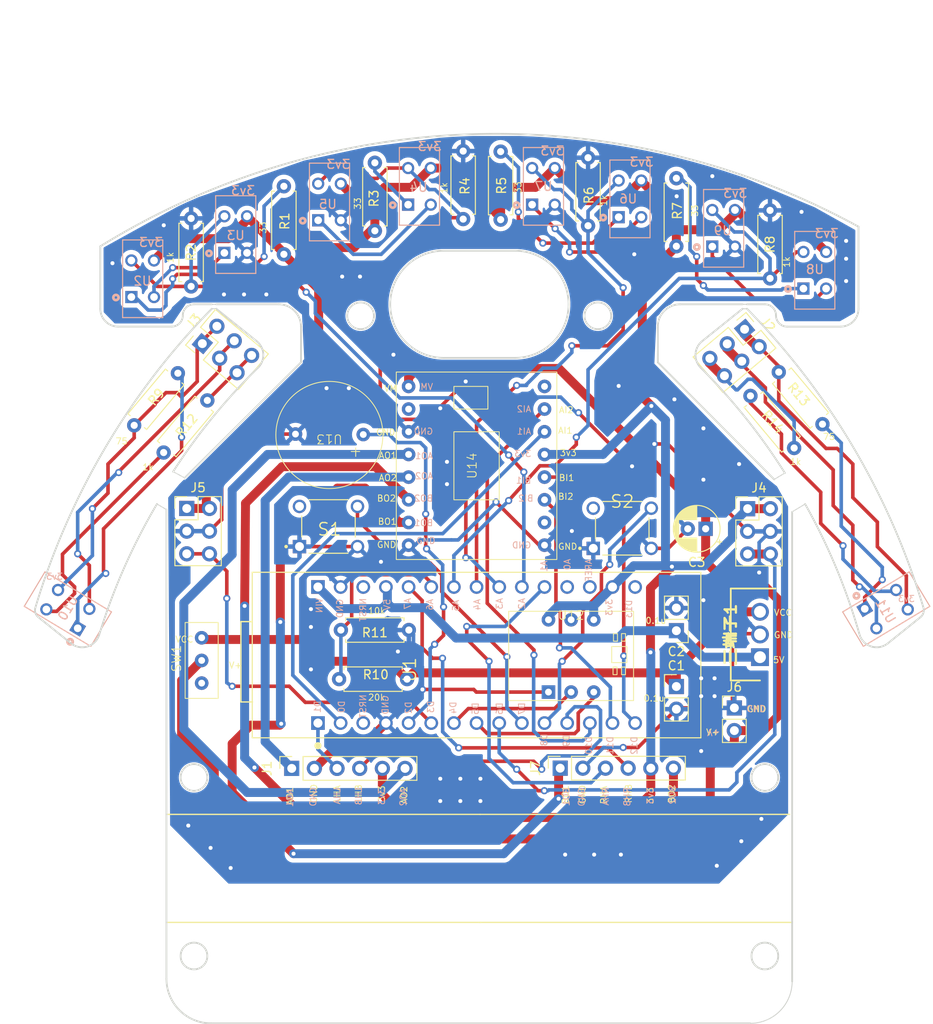
<source format=kicad_pcb>
(kicad_pcb (version 20221018) (generator pcbnew)
  (layers (0 "F.Cu" signal) (1 "In1.Cu" signal) (2 "In2.Cu" signal) (31 "B.Cu" signal) (34 "B.Paste" user) (35 "F.Paste" user) (36 "B.SilkS" user "B.Silkscreen") (37 "F.SilkS" user "F.Silkscreen") (38 "B.Mask" user) (39 "F.Mask" user) (44 "Edge.Cuts" user))
  (net 0 "")
  (net 6 "+3.3V")
  (net 7 "Net-(R1-Pad2)")
  (net 8 "LLS")
  (net 9 "GND")
  (net 10 "Net-(R3-Pad2)")
  (net 11 "FLS")
  (net 12 "Net-(R5-Pad2)")
  (net 13 "FRS")
  (net 14 "Net-(R7-Pad2)")
  (net 15 "RRS")
  (net 16 "Net-(U2-Pad4)")
  (net 17 "Net-(U4-Pad4)")
  (net 18 "Net-(U6-Pad4)")
  (net 19 "Net-(U8-Pad4)")
  (net 20 "VCC")
  (net 21 "BSEN")
  (net 22 "Net-(J3-Pin_1)")
  (net 23 "Net-(R9-Pad2)")
  (net 24 "Net-(R12-Pad1)")
  (net 25 "Net-(J3-Pin_5)")
  (net 26 "Net-(J2-Pin_1)")
  (net 27 "Net-(R13-Pad2)")
  (net 28 "Net-(R14-Pad1)")
  (net 29 "Net-(J2-Pin_5)")
  (net 30 "Net-(J3-Pin_3)")
  (net 31 "Net-(J2-Pin_3)")
  (net 32 "MLS")
  (net 33 "MRS")
  (net 34 "+5V")
  (net 35 "SCL")
  (net 36 "SDA")
  (net 37 "VDD")
  (net 41 "Net-(U1A-PF0)")
  (net 43 "Net-(U1A-PF1)")
  (net 44 "Net-(U13-IN)")
  (net 48 "BIN2")
  (net 49 "BIN1")
  (net 50 "AIN1")
  (net 51 "AIN2")
  (net 52 "Net-(J1-Pin_6)")
  (net 53 "Net-(J1-Pin_1)")
  (net 54 "Net-(J7-Pin_6)")
  (net 55 "Net-(J7-Pin_1)")
  (net 56 "RHallA")
  (net 57 "RHallB")
  (net 58 "LHallB")
  (net 59 "LHallA")
  (footprint "Resistor_THT:R_Axial_DIN0207_L6.3mm_D2.5mm_P7.62mm_Horizontal" (layer "F.Cu") (at 122.4175 60.62 90)
    (fp_text reference "R3")
    (fp_text value "33 1%")
  )
  (footprint "Connector_PinHeader_2.54mm:PinHeader_1x02_P2.54mm_Vertical" (layer "F.Cu") (at 156.2175 105.4175 180)
    (fp_text reference "C2")
    (fp_text value "0.1u")
  )
  (footprint "Resistor_THT:R_Axial_DIN0207_L6.3mm_D2.5mm_P7.62mm_Horizontal" (layer "F.Cu") (at 101.8175 66.8525 90)
    (fp_text reference "R2")
    (fp_text value "1k")
  )
  (footprint "Resistor_THT:R_Axial_DIN0207_L6.3mm_D2.5mm_P7.62mm_Horizontal" (layer "F.Cu") (at 156.2175 62.3525 90)
    (fp_text reference "R7")
    (fp_text value "33 1%")
  )
  (footprint "NUCLEO-F303K8:MODULE_NUCLEO-F303K8" (layer "F.Cu") (at 133.8175 108.1425 90)
    (fp_text reference "U1")
    (fp_text value "NUCLEO-F303K8")
  )
  (footprint "Connector_PinSocket_2.54mm:PinSocket_1x06_P2.54mm_Vertical" (layer "F.Cu") (at 113.0975 120.8425 90)
    (fp_text reference "J1")
    (fp_text value "L")
  )
  (footprint "myFOOT:drv8833" (layer "F.Cu") (at 133.8175 86.9425 90)
    (fp_text reference "U14")
    (fp_text value "~")
  )
  (footprint "Resistor_THT:R_Axial_DIN0207_L6.3mm_D2.5mm_P7.62mm_Horizontal" (layer "F.Cu") (at 126.0275 110.8425 180)
    (fp_text reference "R10")
    (fp_text value "20k")
  )
  (footprint "Connector_PinHeader_2.54mm:PinHeader_2x03_P2.54mm_Vertical" (layer "F.Cu") (at 163.864708 71.650255 -50)
    (fp_text reference "J2")
    (fp_text value "Conn_02x03_Counter_Clockwise")
  )
  (footprint "myFOOT:SW_TL1105AF160Q" (layer "F.Cu") (at 150.153 93.9425)
    (fp_text reference "S2")
    (fp_text value "TL1105AF160Q")
  )
  (footprint "Resistor_THT:R_Axial_DIN0207_L6.3mm_D2.5mm_P7.62mm_Horizontal" (layer "F.Cu") (at 136.5175 59.37 90)
    (fp_text reference "R5")
    (fp_text value "33 1%")
  )
  (footprint "Resistor_THT:R_Axial_DIN0207_L6.3mm_D2.5mm_P7.62mm_Horizontal" (layer "F.Cu") (at 132.3175 59.31 90)
    (fp_text reference "R4")
    (fp_text value "1k")
  )
  (footprint "myFOOT:BMX055" (layer "F.Cu") (at 144.4175 108.2425)
    (fp_text reference "U12")
    (fp_text value "~")
  )
  (footprint "Connector_PinHeader_2.54mm:PinHeader_2x03_P2.54mm_Vertical" (layer "F.Cu") (at 164.21 91.75)
    (fp_text reference "J4")
    (fp_text value "Conn_02x03_Counter_Clockwise")
  )
  (footprint "Resistor_THT:R_Axial_DIN0207_L6.3mm_D2.5mm_P7.62mm_Horizontal" (layer "F.Cu") (at 164.52348 79.113871 -50)
    (fp_text reference "R14")
    (fp_text value "1k")
  )
  (footprint "Connector_PinHeader_2.54mm:PinHeader_2x03_P2.54mm_Vertical" (layer "F.Cu") (at 101.3295 91.725)
    (fp_text reference "J5")
    (fp_text value "Conn_02x03_Counter_Clockwise")
  )
  (footprint "Connector_PinSocket_2.54mm:PinSocket_1x06_P2.54mm_Vertical" (layer "F.Cu") (at 143.1925 120.8175 90)
    (fp_text reference "J7")
    (fp_text value "R")
  )
  (footprint "Connector_PinHeader_2.54mm:PinHeader_2x03_P2.54mm_Vertical" (layer "F.Cu") (at 103.075624 73.257969 50)
    (fp_text reference "J3")
    (fp_text value "Conn_02x03_Counter_Clockwise")
  )
  (footprint "Connector_PinHeader_2.54mm:PinHeader_1x02_P2.54mm_Vertical" (layer "F.Cu") (at 156.2175 111.6675)
    (fp_text reference "C1")
    (fp_text value "0.1u")
  )
  (footprint "myFOOT:SS-12D00G3" (layer "F.Cu") (at 103 108.75 90)
    (fp_text reference "SW1")
    (fp_text value "SW_SPDT")
  )
  (footprint "Resistor_THT:R_Axial_DIN0207_L6.3mm_D2.5mm_P7.62mm_Horizontal" (layer "F.Cu") (at 146.3175 60.0525 90)
    (fp_text reference "R6")
    (fp_text value "1k")
  )
  (footprint "Capacitor_THT:CP_Radial_D5.0mm_P2.00mm" (layer "F.Cu") (at 159.5 94 180)
    (fp_text reference "C3")
    (fp_text value "C_Polarized")
  )
  (footprint "Resistor_THT:R_Axial_DIN0207_L6.3mm_D2.5mm_P7.62mm_Horizontal" (layer "F.Cu") (at 98.73748 85.45913 50)
    (fp_text reference "R12")
    (fp_text value "1k")
  )
  (footprint "Resistor_THT:R_Axial_DIN0207_L6.3mm_D2.5mm_P7.62mm_Horizontal" (layer "F.Cu") (at 95.43548 82.41113 50)
    (fp_text reference "R9")
    (fp_text value "75 1%")
  )
  (footprint "myFOOT:buzaa" (layer "F.Cu") (at 117.3175 83.4425 180)
    (fp_text reference "U13")
    (fp_text value "~")
  )
  (footprint "Connector_PinHeader_2.54mm:PinHeader_1x02_P2.54mm_Vertical" (layer "F.Cu") (at 162.7175 114.0675)
    (fp_text reference "J6")
    (fp_text value "Conn_01x02_Socket")
  )
  (footprint "myFOOT:SW_TL1105AF160Q" (layer "F.Cu") (at 117.2175 93.7425)
    (fp_text reference "S1")
    (fp_text value "TL1105AF160Q")
  )
  (footprint "Resistor_THT:R_Axial_DIN0207_L6.3mm_D2.5mm_P7.62mm_Horizontal" (layer "F.Cu") (at 112.2175 63.2525 90)
    (fp_text reference "R1")
    (fp_text value "33 1%")
  )
  (footprint "Resistor_THT:R_Axial_DIN0207_L6.3mm_D2.5mm_P7.62mm_Horizontal" (layer "F.Cu") (at 166.7175 65.9525 90)
    (fp_text reference "R8")
    (fp_text value "1k")
  )
  (footprint "Resistor_THT:R_Axial_DIN0207_L6.3mm_D2.5mm_P7.62mm_Horizontal" (layer "F.Cu") (at 167.69848 76.446871 -50)
    (fp_text reference "R13")
    (fp_text value "75 1%")
  )
  (footprint "Resistor_THT:R_Axial_DIN0207_L6.3mm_D2.5mm_P7.62mm_Horizontal" (layer "F.Cu") (at 118.6075 105.3425)
    (fp_text reference "R11")
    (fp_text value "10k")
  )
  (footprint "myFOOT:NJM7805FA" (layer "F.Cu") (at 165.5925 108.3825 90)
    (fp_text reference "三端子1")
    (fp_text value "Conn_01x03_Pin" hide)
  )
  (footprint "LTH-1550-01:PHOTOINTERRUPTER_LTH-1550-01" (layer "B.Cu") (at 161.5175 60.3425)
    (fp_text reference "U9")
    (fp_text value "LTH-1550-01")
  )
  (footprint "LTH-1550-01:PHOTOINTERRUPTER_LTH-1550-01" (layer "B.Cu") (at 179.75 103 -59)
    (fp_text reference "U11")
    (fp_text value "LTH-1550-01")
  )
  (footprint "LTH-1550-01:PHOTOINTERRUPTER_LTH-1550-01" (layer "B.Cu") (at 171.734291 65.0425)
    (fp_text reference "U8")
    (fp_text value "LTH-1550-01")
  )
  (footprint "LTH-1550-01:PHOTOINTERRUPTER_LTH-1550-01" (layer "B.Cu") (at 127.4175 55.6425)
    (fp_text reference "U4")
    (fp_text value "LTH-1550-01")
  )
  (footprint "LTH-1550-01:PHOTOINTERRUPTER_LTH-1550-01" (layer "B.Cu") (at 88 103 59)
    (fp_text reference "U10")
    (fp_text value "LTH-1550-01")
  )
  (footprint "LTH-1550-01:PHOTOINTERRUPTER_LTH-1550-01" (layer "B.Cu") (at 117.33071 57.3925)
    (fp_text reference "U5")
    (fp_text value "LTH-1550-01")
  )
  (footprint "LTH-1550-01:PHOTOINTERRUPTER_LTH-1550-01" (layer "B.Cu") (at 141.3175 55.6425)
    (fp_text reference "U7")
    (fp_text value "LTH-1550-01")
  )
  (footprint "LTH-1550-01:PHOTOINTERRUPTER_LTH-1550-01" (layer "B.Cu") (at 96.3875 65.9925)
    (fp_text reference "U2")
    (fp_text value "LTH-1550-01")
  )
  (footprint "LTH-1550-01:PHOTOINTERRUPTER_LTH-1550-01" (layer "B.Cu") (at 151.0175 57.0425)
    (fp_text reference "U6")
    (fp_text value "LTH-1550-01")
  )
  (footprint "LTH-1550-01:PHOTOINTERRUPTER_LTH-1550-01" (layer "B.Cu") (at 106.8175 61.0425)
    (fp_text reference "U3")
    (fp_text value "LTH-1550-01")
  )
  (gr_line (start 134.2175 125.9925) (end 168.9175 125.9925) (stroke (width 0.15)) (layer "F.SilkS"))
  (gr_line (start 134.2175 138.0925) (end 99.2175 138.0925) (stroke (width 0.15)) (layer "F.SilkS"))
  (gr_line (start 107.4 113.4) (end 108.7 113.4) (stroke (width 0.15)) (layer "F.SilkS"))
  (gr_line (start 108.6 104.4) (end 107.4 104.4) (stroke (width 0.15)) (layer "F.SilkS"))
  (gr_line (start 134.2175 138.0925) (end 169.2 138.0925) (stroke (width 0.15)) (layer "F.SilkS"))
  (gr_line (start 107.4 104.4) (end 107.4 113.4) (stroke (width 0.15)) (layer "F.SilkS"))
  (gr_line (start 134.2175 125.9925) (end 99.2175 125.9925) (stroke (width 0.15)) (layer "F.SilkS"))
  (gr_arc (start 100.88701 70.104284) (mid 100.5209 70.988181) (end 99.63701 71.354284) (stroke (width 0.2)) (layer "Edge.Cuts"))
  (gr_circle (center 120.817566 70.1425) (end 120.817566 71.6425) (stroke (width 0.2)) (fill none) (layer "Edge.Cuts"))
  (gr_arc (start 158.962226 75.970978) (mid 158.364398 74.442854) (end 159.111178 72.981719) (stroke (width 0.2)) (layer "Edge.Cuts"))
  (gr_line (start 99.05 91.85) (end 99.05 144.4) (stroke (width 0.2)) (layer "Edge.Cuts"))
  (gr_line (start 176.638168 69.355171) (end 176.638168 60.161876) (stroke (width 0.2)) (layer "Edge.Cuts"))
  (gr_line (start 164.137039 68.854534) (end 166.137039 68.854284) (stroke (width 0.2)) (layer "Edge.Cuts"))
  (gr_arc (start 93.63701 71.354284) (mid 92.222704 70.768408) (end 91.63701 69.354024) (stroke (width 0.2)) (layer "Edge.Cuts"))
  (gr_arc (start 166.137039 68.854284) (mid 167.021236 69.220546) (end 167.387195 70.104859) (stroke (width 0.2)) (layer "Edge.Cuts"))
  (gr_arc (start 100.88701 70.104284) (mid 101.253133 69.220414) (end 102.13701 68.854284) (stroke (width 0.2)) (layer "Edge.Cuts"))
  (gr_circle (center 102.13801 141.858284) (end 102.13801 143.358284) (stroke (width 0.2)) (fill none) (layer "Edge.Cuts"))
  (gr_arc (start 104.049095 149.399095) (mid 100.514218 147.934892) (end 99.05 144.4) (stroke (width 0.2)) (layer "Edge.Cuts"))
  (gr_arc (start 91.637919 62.356855) (mid 133.841713 49.784028) (end 176.638168 60.161876) (stroke (width 0.2)) (layer "Edge.Cuts"))
  (gr_line (start 163.637101 69.354596) (end 159.111178 72.981719) (stroke (width 0.2)) (layer "Edge.Cuts"))
  (gr_line (start 91.637919 62.356855) (end 91.63701 69.354024) (stroke (width 0.2)) (layer "Edge.Cuts"))
  (gr_circle (center 166.13801 141.858284) (end 166.13801 143.358284) (stroke (width 0.2)) (fill none) (layer "Edge.Cuts"))
  (gr_line (start 84.690204 103.902304) (end 88.353845 106.838385) (stroke (width 0.2)) (layer "Edge.Cuts"))
  (gr_arc (start 158.962225 75.970979) (mid 164.001063 81.59865) (end 168.384251 87.750742) (stroke (width 0.2)) (layer "Edge.Cuts"))
  (gr_arc (start 183.916538 102.834867) (mid 183.913397 103.41941) (end 183.584005 103.902304) (stroke (width 0.2)) (layer "Edge.Cuts"))
  (gr_arc (start 130.13701 74.854284) (mid 124.137006 68.85428) (end 130.13701 62.854284) (stroke (width 0.2)) (layer "Edge.Cuts"))
  (gr_line (start 168.638639 71.356584) (end 174.638639 71.355171) (stroke (width 0.2)) (layer "Edge.Cuts"))
  (gr_line (start 130.13701 74.854284) (end 138.13701 74.854284) (stroke (width 0.2)) (layer "Edge.Cuts"))
  (gr_arc (start 169.2 144.7) (mid 167.823402 148.023402) (end 164.5 149.4) (stroke (width 0.1)) (layer "Edge.Cuts"))
  (gr_line (start 179.920365 106.838385) (end 183.584005 103.902304) (stroke (width 0.2)) (layer "Edge.Cuts"))
  (gr_arc (start 84.690204 103.902304) (mid 84.360849 103.419398) (end 84.357672 102.834867) (stroke (width 0.2)) (layer "Edge.Cuts"))
  (gr_arc (start 168.638639 71.356584) (mid 167.753508 70.990049) (end 167.387195 70.104859) (stroke (width 0.2)) (layer "Edge.Cuts"))
  (gr_line (start 169.2 92.1) (end 170.652147 91.226894) (stroke (width 0.1)) (layer "Edge.Cuts"))
  (gr_arc (start 179.920365 106.838385) (mid 178.062944 107.183512) (end 176.746871 105.828165) (stroke (width 0.2)) (layer "Edge.Cuts"))
  (gr_line (start 99.8 87.6) (end 101.1 88.3) (stroke (width 0.1)) (layer "Edge.Cuts"))
  (gr_line (start 104.049095 149.399095) (end 164.5 149.399095) (stroke (width 0.2)) (layer "Edge.Cuts"))
  (gr_line (start 102.13701 68.854284) (end 104.137171 68.854284) (stroke (width 0.2)) (layer "Edge.Cuts"))
  (gr_line (start 163.637039 68.854596) (end 164.137039 68.854534) (stroke (width 0.1)) (layer "Edge.Cuts"))
  (gr_line (start 138.13701 62.854284) (end 130.13701 62.854284) (stroke (width 0.2)) (layer "Edge.Cuts"))
  (gr_line (start 167.184614 88.468926) (end 168.384251 87.750742) (stroke (width 0.1)) (layer "Edge.Cuts"))
  (gr_arc (start 164.137101 69.354534) (mid 176.065776 84.89013) (end 183.916538 102.834867) (stroke (width 0.2)) (layer "Edge.Cuts"))
  (gr_line (start 114.13751 75.356084) (end 101.1 88.3) (stroke (width 0.2)) (layer "Edge.Cuts"))
  (gr_line (start 104.637108 68.854284) (end 111.637011 68.854284) (stroke (width 0.2)) (layer "Edge.Cuts"))
  (gr_arc (start 84.357672 102.834867) (mid 92.208425 84.890125) (end 104.137108 69.354534) (stroke (width 0.2)) (layer "Edge.Cuts"))
  (gr_arc (start 176.638168 69.355171) (mid 176.052556 70.769225) (end 174.638639 71.355171) (stroke (width 0.2)) (layer "Edge.Cuts"))
  (gr_arc (start 138.13701 62.854284) (mid 144.137006 68.85428) (end 138.13701 74.854284) (stroke (width 0.2)) (layer "Edge.Cuts"))
  (gr_circle (center 102.13801 121.858284) (end 102.13801 123.358284) (stroke (width 0.2)) (fill none) (layer "Edge.Cuts"))
  (gr_line (start 109.163031 72.981719) (end 104.637108 69.354596) (stroke (width 0.2)) (layer "Edge.Cuts"))
  (gr_arc (start 91.527338 105.828165) (mid 94.328068 98.335579) (end 97.989259 91.223715) (stroke (width 0.2)) (layer "Edge.Cuts"))
  (gr_line (start 114.13701 71.353971) (end 114.13751 75.356084) (stroke (width 0.2)) (layer "Edge.Cuts"))
  (gr_circle (center 147.4175 70.1425) (end 147.4175 71.6425) (stroke (width 0.2)) (fill none) (layer "Edge.Cuts"))
  (gr_arc (start 91.527338 105.828165) (mid 90.211244 107.183459) (end 88.353845 106.838385) (stroke (width 0.2)) (layer "Edge.Cuts"))
  (gr_line (start 163.637101 69.354596) (end 164.137101 69.354534) (stroke (width 0.1)) (layer "Edge.Cuts"))
  (gr_arc (start 170.652147 91.226894) (mid 174.125628 98.349663) (end 176.746871 105.828165) (stroke (width 0.2)) (layer "Edge.Cuts"))
  (gr_arc (start 154.14004 71.349711) (mid 154.871775 69.585979) (end 156.636003 68.855471) (stroke (width 0.2)) (layer "Edge.Cuts"))
  (gr_line (start 104.137108 69.354534) (end 104.637108 69.354596) (stroke (width 0.1)) (layer "Edge.Cuts"))
  (gr_circle (center 166.13801 121.858284) (end 166.13801 123.358284) (stroke (width 0.2)) (fill none) (layer "Edge.Cuts"))
  (gr_arc (start 111.637011 68.854284) (mid 113.404666 69.586409) (end 114.13701 71.353971) (stroke (width 0.2)) (layer "Edge.Cuts"))
  (gr_line (start 93.63701 71.354284) (end 99.63701 71.354284) (stroke (width 0.2)) (layer "Edge.Cuts"))
  (gr_line (start 169.2 144.7) (end 169.2 92.1) (stroke (width 0.2)) (layer "Edge.Cuts"))
  (gr_arc (start 99.800001 87.6) (mid 104.230189 81.518646) (end 109.305022 75.963873) (stroke (width 0.2)) (layer "Edge.Cuts"))
  (gr_line (start 104.137171 68.854284) (end 104.637108 68.854284) (stroke (width 0.1)) (layer "Edge.Cuts"))
  (gr_line (start 167.184614 88.468926) (end 154.136774 75.353694) (stroke (width 0.2)) (layer "Edge.Cuts"))
  (gr_arc (start 109.163031 72.981719) (mid 109.909834 74.442853) (end 109.311983 75.970978) (stroke (width 0.2)) (layer "Edge.Cuts"))
  (gr_line (start 97.989259 91.223715) (end 99.05 91.85) (stroke (width 0.1)) (layer "Edge.Cuts"))
  (gr_line (start 156.636003 68.855471) (end 163.637039 68.854596) (stroke (width 0.2)) (layer "Edge.Cuts"))
  (gr_line (start 154.136774 75.353694) (end 154.14004 71.349711) (stroke (width 0.2)) (layer "Edge.Cuts"))
  (gr_text "D3" (at 129.1 113.2 90) (layer "B.SilkS") (effects (font (size 0.7 0.7) (thickness 0.1)) (justify left bottom mirror)))
  (gr_text "3v3" (at 140 86) (layer "B.SilkS") (effects (font (size 0.7 0.7) (thickness 0.1)) (justify left bottom mirror)))
  (gr_text "D11" (at 149.2 117.2 90) (layer "B.SilkS") (effects (font (size 0.7 0.7) (thickness 0.1)) (justify left bottom mirror)))
  (gr_text "RHB" (at 151.1 122.9 90) (layer "B.SilkS") (effects (font (size 0.7 0.7) (thickness 0.1)) (justify left bottom mirror)))
  (gr_text "BI1" (at 140 89) (layer "B.SilkS") (effects (font (size 0.7 0.7) (thickness 0.1)) (justify left bottom mirror)))
  (gr_text "3v3\n" (at 153.75 53.5) (layer "B.SilkS") (effects (font (size 1 1)) (justify left bottom mirror)))
  (gr_text "BO2" (at 129 91) (layer "B.SilkS") (effects (font (size 0.7 0.7) (thickness 0.1)) (justify left bottom mirror)))
  (gr_text "BO1\n" (at 144.3 122.9 90) (layer "B.SilkS") (effects (font (size 0.7 0.7) (thickness 0.1)) (justify left bottom mirror)))
  (gr_text "AI1\n" (at 140 83.5) (layer "B.SilkS") (effects (font (size 0.7 0.7) (thickness 0.1)) (justify left bottom mirror)))
  (gr_text "3v3\n" (at 109.0675 56.6925) (layer "B.SilkS") (effects (font (size 1 1)) (justify left bottom mirror)))
  (gr_text "RHA\n" (at 148.7 122.9 90) (layer "B.SilkS") (effects (font (size 0.7 0.7) (thickness 0.1)) (justify left bottom mirror)))
  (gr_text "A6" (at 129 101.8 90) (layer "B.SilkS") (effects (font (size 0.7 0.7) (thickness 0.1)) (justify left bottom mirror)))
  (gr_text "AO1" (at 113.3 123.1 90) (layer "B.SilkS") (effects (font (size 0.7 0.7) (thickness 0.1)) (justify left bottom mirror)))
  (gr_text "LHB" (at 121 122.9 90) (layer "B.SilkS") (effects (font (size 0.7 0.7) (thickness 0.1)) (justify left bottom mirror)))
  (gr_text "D5" (at 134.1 113.4 90) (layer "B.SilkS") (effects (font (size 0.7 0.7) (thickness 0.1)) (justify left bottom mirror)))
  (gr_text "GND" (at 118.9 101.8 90) (layer "B.SilkS") (effects (font (size 0.7 0.7) (thickness 0.1)) (justify left bottom mirror)))
  (gr_text "GND" (at 129 83.5) (layer "B.SilkS") (effects (font (size 0.7 0.7) (thickness 0.1)) (justify left bottom mirror)))
  (gr_text "D8" (at 141.8 116.9 90) (layer "B.SilkS") (effects (font (size 0.7 0.7) (thickness 0.1)) (justify left bottom mirror)))
  (gr_text "VIN" (at 116.6 101.7 90) (layer "B.SilkS") (effects (font (size 0.7 0.7) (thickness 0.1)) (justify left bottom mirror)))
  (gr_text "GND\n" (at 164 113.7 180) (layer "B.SilkS") (effects (font (size 0.7 0.7) (thickness 0.1)) (justify left bottom mirror)))
  (gr_text "D13" (at 151.3 101.9 90) (layer "B.SilkS") (effects (font (size 0.7 0.7) (thickness 0.1)) (justify left bottom mirror)))
  (gr_text "LHA\n" (at 118.6 122.9 90) (layer "B.SilkS") (effects (font (size 0.7 0.7) (thickness 0.1)) (justify left bottom mirror)))
  (gr_text "3v3\n" (at 98.75 62.5) (layer "B.SilkS") (effects (font (size 1 1)) (justify left bottom mirror)))
  (gr_text "V+" (at 159.6 116.4 180) (layer "B.SilkS") (effects (font (size 0.7 0.7) (thickness 0.1)) (justify left bottom mirror)))
  (gr_text "GND" (at 124 112.6 90) (layer "B.SilkS") (effects (font (size 0.7 0.7) (thickness 0.1)) (justify left bottom mirror)))
  (gr_text "GND" (at 140 96.25) (layer "B.SilkS") (effects (font (size 0.7 0.7) (thickness 0.1)) (justify left bottom mirror)))
  (gr_text "3v3\n" (at 164.25 57) (layer "B.SilkS") (effects (font (size 1 1)) (justify left bottom mirror)))
  (gr_text "VM" (at 129 78.5) (layer "B.SilkS") (effects (font (size 0.7 0.7) (thickness 0.1)) (justify left bottom mirror)))
  (gr_text "A2" (at 139.3 101.7 90) (layer "B.SilkS") (effects (font (size 0.7 0.7) (thickness 0.1)) (justify left bottom mirror)))
  (gr_text "3v3" (at 123.6 123 90) (layer "B.SilkS") (effects (font (size 0.7 0.7) (thickness 0.1)) (justify left bottom mirror)))
  (gr_text "GND" (at 115.9 122.9 90) (layer "B.SilkS") (effects (font (size 0.7 0.7) (thickness 0.1)) (justify left bottom mirror)))
  (gr_text "D4" (at 131.6 113.3 90) (layer "B.SilkS") (effects (font (size 0.7 0.7) (thickness 0.1)) (justify left bottom mirror)))
  (gr_text "BI2" (at 140.25 91) (layer "B.SilkS") (effects (font (size 0.7 0.7) (thickness 0.1)) (justify left bottom mirror)))
  (gr_text "BO1" (at 129 93.75) (layer "B.SilkS") (effects (font (size 0.7 0.7) (thickness 0.1)) (justify left bottom mirror)))
  (gr_text "D0" (at 119.1 113.2 90) (layer "B.SilkS") (effects (font (size 0.7 0.7) (thickness 0.1)) (justify left bottom mirror)))
  (gr_text "AREF" (at 146.8 97.3 90) (layer "B.SilkS") (effects (font (size 0.7 0.7) (thickness 0.1)) (justify left bottom mirror)))
  (gr_text "NRST" (at 121.5 112.5 90) (layer "B.SilkS") (effects (font (size 0.7 0.7) (thickness 0.1)) (justify left bottom mirror)))
  (gr_text "3v3\n" (at 153.7 122.9 90) (layer "B.SilkS") (effects (font (size 0.7 0.7) (thickness 0.1)) (justify left bottom mirror)))
  (gr_text "D1" (at 116.4 113.2 90) (layer "B.SilkS") (effects (font (size 0.7 0.7) (thickness 0.1)) (justify left bottom mirror)))
  (gr_text "D12" (at 151.9 117.2 90) (layer "B.SilkS") (effects (font (size 0.7 0.7) (thickness 0.1)) (justify left bottom mirror)))
  (gr_text "AI2\n" (at 140 81) (layer "B.SilkS") (effects (font (size 0.7 0.7) (thickness 0.1)) (justify left bottom mirror)))
  (gr_text "3v3\n" (at 174.5 61.5) (layer "B.SilkS") (effects (font (size 1 1)) (justify left bottom mirror)))
  (gr_text "3v3" (at 87.5 99.75) (layer "B.SilkS") (effects (font (size 0.7 0.7) (thickness 0.1)) (justify left bottom mirror)))
  (gr_text "A7" (at 126.5 101.7 90) (layer "B.SilkS") (effects (font (size 0.7 0.7) (thickness 0.1)) (justify left bottom mirror)))
  (gr_text "3v3" (at 149.1 101.8 90) (layer "B.SilkS") (effects (font (size 0.7 0.7) (thickness 0.1)) (justify left bottom mirror)))
  (gr_text "D6" (at 136.8 113.4 90) (layer "B.SilkS") (effects (font (size 0.7 0.7) (thickness 0.1)) (justify left bottom mirror)))
  (gr_text "AO1" (at 129 86.25) (layer "B.SilkS") (effects (font (size 0.7 0.7) (thickness 0.1)) (justify left bottom mirror)))
  (gr_text "A3" (at 136.8 101.7 90) (layer "B.SilkS") (effects (font (size 0.7 0.7) (thickness 0.1)) (justify left bottom mirror)))
  (gr_text "A0" (at 144.4 97.3 90) (layer "B.SilkS") (effects (font (size 0.7 0.7) (thickness 0.1)) (justify left bottom mirror)))
  (gr_text "D7" (at 139.3 113.4 90) (layer "B.SilkS") (effects (font (size 0.7 0.7) (thickness 0.1)) (justify left bottom mirror)))
  (gr_text "D2" (at 126.6 113.3 90) (layer "B.SilkS") (effects (font (size 0.7 0.7) (thickness 0.1)) (justify left bottom mirror)))
  (gr_text "NRST" (at 121.5 101.7 90) (layer "B.SilkS") (effects (font (size 0.7 0.7) (thickness 0.1)) (justify left bottom mirror)))
  (gr_text "3v3\n" (at 119.75 53.75) (layer "B.SilkS") (effects (font (size 1 1)) (justify left bottom mirror)))
  (gr_text "5V" (at 124.2 101.8 90) (layer "B.SilkS") (effects (font (size 0.7 0.7) (thickness 0.1)) (justify left bottom mirror)))
  (gr_text "GND\n" (at 127 95.75) (layer "B.SilkS") (effects (font (size 0.7 0.7) (thickness 0.1)) (justify left bottom)))
  (gr_text "3v3\n" (at 130 51.75) (layer "B.SilkS") (effects (font (size 1 1)) (justify left bottom mirror)))
  (gr_text "AO2" (at 129 88.5) (layer "B.SilkS") (effects (font (size 0.7 0.7) (thickness 0.1)) (justify left bottom mirror)))
  (gr_text "A4" (at 134.3 101.8 90) (layer "B.SilkS") (effects (font (size 0.7 0.7) (thickness 0.1)) (justify left bottom mirror)))
  (gr_text "A1" (at 141.8 97.5 90) (layer "B.SilkS") (effects (font (size 0.7 0.7) (thickness 0.1)) (justify left bottom mirror)))
  (gr_text "BO2\n" (at 156.2 122.7 90) (layer "B.SilkS") (effects (font (size 0.7 0.7) (thickness 0.1)) (justify left bottom mirror)))
  (gr_text "A5" (at 131.9 101.9 90) (layer "B.SilkS") (effects (font (size 0.7 0.7) (thickness 0.1)) (justify left bottom mirror)))
  (gr_text "AO2\n" (at 126 123 90) (layer "B.SilkS") (effects (font (size 0.7 0.7) (thickness 0.1)) (justify left bottom mirror)))
  (gr_text "D9" (at 144.3 117 90) (layer "B.SilkS") (effects (font (size 0.7 0.7) (thickness 0.1)) (justify left bottom mirror)))
  (gr_text "GND" (at 146 122.9 90) (layer "B.SilkS") (effects (font (size 0.7 0.7) (thickness 0.1)) (justify left bottom mirror)))
  (gr_text "3v3" (at 183 102.25) (layer "B.SilkS") (effects (font (size 0.7 0.7) (thickness 0.1)) (justify left bottom mirror)))
  (gr_text "D10" (at 146.8 117.2 90) (layer "B.SilkS") (effects (font (size 0.7 0.7) (thickness 0.1)) (justify left bottom mirror)))
  (gr_text "3v3\n" (at 143.75 52.25) (layer "B.SilkS") (effects (font (size 1 1)) (justify left bottom mirror)))
  (gr_text "BI1\n" (at 143 88.7) (layer "F.SilkS") (effects (font (size 0.7 0.7) (thickness 0.1)) (justify left bottom)))
  (gr_text "V+" (at 159.5 117.2) (layer "F.SilkS") (effects (font (size 0.7 0.7) (thickness 0.1)) (justify left bottom)))
  (gr_text "75" (at 172.6 84.1) (layer "F.SilkS") (effects (font (size 0.7 0.7) (thickness 0.1)) (justify left bottom)))
  (gr_text "0.1u\n" (at 152.7 104.7) (layer "F.SilkS") (effects (font (size 0.7 0.7) (thickness 0.1)) (justify left bottom)))
  (gr_text "AI1\n" (at 142.9 83.4) (layer "F.SilkS") (effects (font (size 0.7 0.7) (thickness 0.1)) (justify left bottom)))
  (gr_text "VCC\n" (at 167.1 103.8) (layer "F.SilkS") (effects (font (size 0.7 0.7) (thickness 0.1)) (justify left bottom)))
  (gr_text "1k" (at 96.3 87.5) (layer "F.SilkS") (effects (font (size 0.7 0.7) (thickness 0.1)) (justify left bottom)))
  (gr_text "33" (at 120.9 58.3 90) (layer "F.SilkS") (effects (font (size 0.7 0.7) (thickness 0.1)) (justify left bottom)))
  (gr_text "RHA" (at 148.5 124.9 90) (layer "F.SilkS") (effects (font (size 0.7 0.7) (thickness 0.1)) (justify left bottom)))
  (gr_text "AO2\n" (at 122.8 88.7) (layer "F.SilkS") (effects (font (size 0.7 0.7) (thickness 0.1)) (justify left bottom)))
  (gr_text "5V" (at 167 109.1) (layer "F.SilkS") (effects (font (size 0.7 0.7) (thickness 0.1)) (justify left bottom)))
  (gr_text "BI2\n" (at 142.9 90.8) (layer "F.SilkS") (effects (font (size 0.7 0.7) (thickness 0.1)) (justify left bottom)))
  (gr_text "3v3\n" (at 143.1 85.9) (layer "F.SilkS") (effects (font (size 0.7 0.7) (thickness 0.1)) (justify left bottom)))
  (gr_text "1k" (at 168.9 86.9) (layer "F.SilkS") (effects (font (size 0.7 0.7) (thickness 0.1)) (justify left bottom)))
  (gr_text "RHB\n\n" (at 152.4 124.8 90) (layer "F.SilkS") (effects (font (size 0.7 0.7) (thickness 0.1)) (justify left bottom)))
  (gr_text "GND" (at 142.9 96.4) (layer "F.SilkS") (effects (font (size 0.7 0.7) (thickness 0.1)) (justify left bottom)))
  (gr_text "1k" (at 130.6 56.5 90) (layer "F.SilkS") (effects (font (size 0.7 0.7) (thickness 0.1)) (justify left bottom)))
  (gr_text "GND" (at 122.5 83.6) (layer "F.SilkS") (effects (font (size 0.7 0.7) (thickness 0.1)) (justify left bottom)))
  (gr_text "BO1\n" (at 122.7 93.6) (layer "F.SilkS") (effects (font (size 0.7 0.7) (thickness 0.1)) (justify left bottom)))
  (gr_text "GND\n" (at 122.6 96.2) (layer "F.SilkS") (effects (font (size 0.7 0.7) (thickness 0.1)) (justify left bottom)))
  (gr_text "0.1u\n" (at 152.5 113.4) (layer "F.SilkS") (effects (font (size 0.7 0.7) (thickness 0.1)) (justify left bottom)))
  (gr_text "1k" (at 148.5 57.9 90) (layer "F.SilkS") (effects (font (size 0.7 0.7) (thickness 0.1)) (justify left bottom)))
  (gr_text "AI2\n" (at 143 81.1) (layer "F.SilkS") (effects (font (size 0.7 0.7) (thickness 0.1)) (justify left bottom)))
  (gr_text "VM" (at 123.4 78.7) (layer "F.SilkS") (effects (font (size 0.7 0.7) (thickness 0.1)) (justify left bottom)))
  (gr_text "1k" (at 99.9 64.3 90) (layer "F.SilkS") (effects (font (size 0.7 0.7) (thickness 0.1)) (justify left bottom)))
  (gr_text "75" (at 93.3 84.6) (layer "F.SilkS") (effects (font (size 0.7 0.7) (thickness 0.1)) (justify left bottom)))
  (gr_text "GND\n" (at 164.1 114.6) (layer "F.SilkS") (effects (font (size 0.7 0.7) (thickness 0.1)) (justify left bottom)))
  (gr_text "33" (at 138.9 56.5 90) (layer "F.SilkS") (effects (font (size 0.7 0.7) (thickness 0.1)) (justify left bottom)))
  (gr_text "V+" (at 106 109.7) (layer "F.SilkS") (effects (font (size 0.7 0.7) (thickness 0.1)) (justify left bottom)))
  (gr_text "GND\n" (at 116 124.8 90) (layer "F.SilkS") (effects (font (size 0.7 0.7) (thickness 0.1)) (justify left bottom)))
  (gr_text "3v3\n" (at 153.7 124.9 90) (layer "F.SilkS") (effects (font (size 0.7 0.7) (thickness 0.1)) (justify left bottom)))
  (gr_text "BO2" (at 122.6 91) (layer "F.SilkS") (effects (font (size 0.7 0.7) (thickness 0.1)) (justify left bottom)))
  (gr_text "33" (at 158.7 59.1 90) (layer "F.SilkS") (effects (font (size 0.7 0.7) (thickness 0.1)) (justify left bottom)))
  (gr_text "GND" (at 167.1 106.3) (layer "F.SilkS") (effects (font (size 0.7 0.7) (thickness 0.1)) (justify left bottom)))
  (gr_text "BO2" (at 156.1 124.8 90) (layer "F.SilkS") (effects (font (size 0.7 0.7) (thickness 0.1)) (justify left bottom)))
  (gr_text "3v3\n" (at 123.6 124.7 90) (layer "F.SilkS") (effects (font (size 0.7 0.7) (thickness 0.1)) (justify left bottom)))
  (gr_text "GND\n" (at 146.1 124.9 90) (layer "F.SilkS") (effects (font (size 0.7 0.7) (thickness 0.1)) (justify left bottom)))
  (gr_text "LHB\n" (at 121 124.7 90) (layer "F.SilkS") (effects (font (size 0.7 0.7) (thickness 0.1)) (justify left bottom)))
  (gr_text "33\n" (at 110.3 61 90) (layer "F.SilkS") (effects (font (size 0.7 0.7) (thickness 0.1)) (justify left bottom)))
  (gr_text "AO1\n" (at 122.8 86.2) (layer "F.SilkS") (effects (font (size 0.7 0.7) (thickness 0.1)) (justify left bottom)))
  (gr_text "BO1" (at 144.2 124.9 90) (layer "F.SilkS") (effects (font (size 0.7 0.7) (thickness 0.1)) (justify left bottom)))
  (gr_text "VCC\n" (at 100 106.8) (layer "F.SilkS") (effects (font (size 0.7 0.7) (thickness 0.1)) (justify left bottom)))
  (gr_text "LHA\n" (at 118.6 124.7 90) (layer "F.SilkS") (effects (font (size 0.7 0.7) (thickness 0.1)) (justify left bottom)))
  (gr_text "10k" (at 121.6 103.6) (layer "F.SilkS") (effects (font (size 0.7 0.7) (thickness 0.1)) (justify left bottom)))
  (gr_text "AO2\n" (at 126.1 124.9 90) (layer "F.SilkS") (effects (font (size 0.7 0.7) (thickness 0.1)) (justify left bottom)))
  (gr_text "1k" (at 169 64.8 90) (layer "F.SilkS") (effects (font (size 0.7 0.7) (thickness 0.1)) (justify left bottom)))
  (gr_text "20k" (at 121.6 113.3) (layer "F.SilkS") (effects (font (size 0.7 0.7) (thickness 0.1)) (justify left bottom)))
  (gr_text "AO1\n" (at 113.3 125 90) (layer "F.SilkS") (effects (font (size 0.7 0.7) (thickness 0.1)) (justify left bottom)))
  (segment (start 120.08 62.5) (end 122.4175 60.1625) (width 1) (layer "F.Cu") (net 6))
  (segment (start 130.9575 53.5925) (end 136.5175 59.1525) (width 1) (layer "F.Cu") (net 6))
  (segment (start 122.4175 60.1625) (end 122.4175 59.15929) (width 1) (layer "F.Cu") (net 6))
  (segment (start 164.21 91.75) (end 166.75 91.75) (width 1) (layer "F.Cu") (net 6))
  (segment (start 116 62.5) (end 120.08 62.5) (width 1) (layer "F.Cu") (net 6))
  (segment (start 116.1175 67.1525) (end 116.1175 74.9425) (width 1) (layer "F.Cu") (net 6))
  (segment (start 123.5 55.75) (end 126.53 55.75) (width 1) (layer "F.Cu") (net 6))
  (segment (start 156.2175 58.9675) (end 156.2175 60.75) (width 1) (layer "F.Cu") (net 6))
  (segment (start 163.0425 58.2925) (end 165.75 61) (width 1) (layer "F.Cu") (net 6))
  (segment (start 108.0875 59.4125) (end 108.0875 58.9925) (width 1) (layer "F.Cu") (net 6))
  (segment (start 142.5875 53.5925) (end 142.5925 53.5925) (width 1) (layer "F.Cu") (net 6))
  (segment (start 146.25 57.25) (end 150.03 57.25) (width 1) (layer "F.Cu") (net 6))
  (segment (start 122.4175 59.15929) (end 120.879105 57.620895) (width 1) (layer "F.Cu") (net 6))
  (segment (start 113.7325 64.7675) (end 116 62.5) (width 1) (layer "F.Cu") (net 6))
  (segment (start 152.4 79.225) (end 152.4 66.17) (width 1) (layer "F.Cu") (net 6))
  (segment (start 125.8175 126.3425) (end 150.7175 126.3425) (width 1) (layer "F.Cu") (net 6))
  (segment (start 161 60.5) (end 156.4675 60.5) (width 1) (layer "F.Cu") (net 6))
  (segment (start 152.4 66.17) (end 156.2175 62.3525) (width 1) (layer "F.Cu") (net 6))
  (segment (start 162.7875 58.2925) (end 163.0425 58.2925) (width 1) (layer "F.Cu") (net 6))
  (segment (start 137.5 55.75) (end 140.43 55.75) (width 1) (layer "F.Cu") (net 6))
  (segment (start 120.879105 57.620895) (end 121.629105 57.620895) (width 1) (layer "F.Cu") (net 6))
  (segment (start 101.3295 91.725) (end 103.8695 91.725) (width 1) (layer "F.Cu") (net 6))
  (segment (start 156.2175 60.75) (end 156.2175 62.3525) (width 1) (layer "F.Cu") (net 6))
  (segment (start 142.5925 53.5925) (end 146.25 57.25) (width 1) (layer "F.Cu") (net 6))
  (segment (start 113.7325 64.7675) (end 112.2175 63.2525) (width 1) (layer "F.Cu") (net 6))
  (segment (start 128.6875 53.5925) (end 130.9575 53.5925) (width 1) (layer "F.Cu") (net 6))
  (segment (start 121.629105 57.620895) (end 123.5 55.75) (width 1) (layer "F.Cu") (net 6))
  (segment (start 97.6575 63.9425) (end 98.75 62.85) (width 1) (layer "F.Cu") (net 6))
  (segment (start 153.3525 123.7075) (end 153.3525 120.8175) (width 1) (layer "F.Cu") (net 6))
  (segment (start 116.1175 74.9425) (end 103.5175 87.5425) (width 1) (layer "F.Cu") (net 6))
  (segment (start 152.2875 55.0375) (end 156.2175 58.9675) (width 1) (layer "F.Cu") (net 6))
  (segment (start 162.7875 58.2925) (end 162.7875 58.7125) (width 1) (layer "F.Cu") (net 6))
  (segment (start 156.4675 60.5) (end 156.2175 60.75) (width 1) (layer "F.Cu") (net 6))
  (segment (start 116.1175 67.1525) (end 113.7325 64.7675) (width 1) (layer "F.Cu") (net 6))
  (segment (start 153.3175 100.6425) (end 155.7175 98.2425) (width 1) (layer "F.Cu") (net 6))
  (segment (start 162.7875 58.7125) (end 161 60.5) (width 1) (layer "F.Cu") (net 6))
  (segment (start 103.5175 91.373) (end 103.8695 91.725) (width 1) (layer "F.Cu") (net 6))
  (segment (start 98.75 62.85) (end 98.75 62.75) (width 1) (layer "F.Cu") (net 6))
  (segment (start 136.5175 56.7325) (end 137.5 55.75) (width 1) (layer "F.Cu") (net 6))
  (segment (start 123.2575 123.7825) (end 125.8175 126.3425) (width 1) (layer "F.Cu") (net 6))
  (segment (start 140.43 55.75) (end 142.5875 53.5925) (width 1) (layer "F.Cu") (net 6))
  (segment (start 123.2575 120.8425) (end 123.2575 123.7825) (width 1) (layer "F.Cu") (net 6))
  (segment (start 171.011791 61) (end 173.004291 62.9925) (width 1) (layer "F.Cu") (net 6))
  (segment (start 98.75 62.75) (end 100 61.5) (width 1) (layer "F.Cu") (net 6))
  (segment (start 136.5175 59.1525) (end 136.5175 56.7325) (width 1) (layer "F.Cu") (net 6))
  (segment (start 106 61.5) (end 108.0875 59.4125) (width 1) (layer "F.Cu") (net 6))
  (segment (start 165.75 61) (end 171.011791 61) (width 1) (layer "F.Cu") (net 6))
  (segment (start 120.879105 57.620895) (end 118.60071 55.3425) (width 1) (layer "F.Cu") (net 6))
  (segment (start 100 61.5) (end 106 61.5) (width 1) (layer "F.Cu") (net 6))
  (segment (start 150.7175 126.3425) (end 153.3525 123.7075) (width 1) (layer "F.Cu") (net 6))
  (segment (start 150.03 57.25) (end 152.2875 54.9925) (width 1) (layer "F.Cu") (net 6))
  (segment (start 103.5175 87.5425) (end 103.5175 91.373) (width 1) (layer "F.Cu") (net 6))
  (segment (start 126.53 55.75) (end 128.6875 53.5925) (width 1) (layer "F.Cu") (net 6))
  (segment (start 152.4 79.225) (end 153.4175 80.2425) (width 1) (layer "F.Cu") (net 6))
  (segment (start 153.3175 107.8425) (end 153.3175 100.6425) (width 1) (layer "F.Cu") (net 6))
  (segment (start 152.2875 54.9925) (end 152.2875 55.0375) (width 1) (layer "F.Cu") (net 6))
  (segment (start 112.2175 63.1225) (end 108.0875 58.9925) (width 1) (layer "F.Cu") (net 6))
  (via (at 153.3175 107.8425) (size 0.8) (drill 0.45) (layers "F.Cu" "B.Cu") (net 6))
  (via (at 155.7175 98.2425) (size 0.8) (drill 0.45) (layers "F.Cu" "B.Cu") (net 6))
  (via (at 153.4175 80.2425) (size 0.8) (drill 0.45) (layers "F.Cu" "B.Cu") (net 6))
  (segment (start 162.5 95) (end 162.5 93.46) (width 1) (layer "B.Cu") (net 6))
  (segment (start 162.5 93.46) (end 164.21 91.75) (width 1) (layer "B.Cu") (net 6))
  (segment (start 147.9875 85.6725) (end 153.4175 80.2425) (width 1) (layer "B.Cu") (net 6))
  (segment (start 159.3575 98.1425) (end 162.5 95) (width 1) (layer "B.Cu") (net 6))
  (segment (start 146.9575 104.1925) (end 146.9575 102.6225) (width 1) (layer "B.Cu") (net 6))
  (segment (start 153.3525 107.8775) (end 153.3175 107.8425) (width 1) (layer "B.Cu") (net 6))
  (segment (start 155 81.825) (end 153.4175 80.2425) (width 1) (layer "B.Cu") (net 6))
  (segment (start 154.5 98.1425) (end 155.6175 98.1425) (width 1) (layer "B.Cu") (net 6))
  (segment (start 142.9975 102.6225) (end 146.9575 102.6225) (width 1) (layer "B.Cu") (net 6))
  (segment (start 155.6175 98.1425) (end 155.7175 98.2425) (width 1) (layer "B.Cu") (net 6))
  (segment (start 154.5 98.1425) (end 155 98.1425) (width 1) (layer "B.Cu") (net 6))
  (segment (start 149.0575 100.5225) (end 151.4375 98.1425) (width 1) (layer "B.Cu") (net 6))
  (segment (start 141.8775 103.7425) (end 142.9975 102.6225) (width 1) (layer "B.Cu") (net 6))
  (segment (start 155 98.1425) (end 155 81.825) (width 1) (layer "B.Cu") (net 6))
  (segment (start 155 98.1425) (end 159.3575 98.1425) (width 1) (layer "B.Cu") (net 6))
  (segment (start 141.4375 85.6725) (end 147.9875 85.6725) (width 1) (layer "B.Cu") (net 6))
  (segment (start 151.4375 98.1425) (end 154.5 98.1425) (width 1) (layer "B.Cu") (net 6))
  (segment (start 146.9575 102.6225) (end 149.0575 100.5225) (width 1) (layer "B.Cu") (net 6))
  (segment (start 153.3525 120.8175) (end 153.3525 107.8775) (width 1) (layer "B.Cu") (net 6))
  (segment (start 141.8775 104.1925) (end 141.8775 103.7425) (width 1) (layer "B.Cu") (net 6))
  (segment (start 100.25 65.5) (end 107 65.5) (width 0.4) (layer "F.Cu") (net 7))
  (segment (start 107 65.5) (end 108 65.5) (width 0.4) (layer "F.Cu") (net 7))
  (segment (start 99.75 66) (end 100.25 65.5) (width 0.4) (layer "F.Cu") (net 7))
  (segment (start 108 65.5) (end 110 63.5) (width 0.4) (layer "F.Cu") (net 7))
  (via (at 99.75 66) (size 0.8) (drill 0.45) (layers "F.Cu" "B.Cu") (net 7))
  (via (at 110 63.5) (size 0.8) (drill 0.45) (layers "F.Cu" "B.Cu") (net 7))
  (segment (start 99 69) (end 99 67.5) (width 0.4) (layer "B.Cu") (net 7))
  (segment (start 98.5 69.5) (end 99 69) (width 0.4) (layer "B.Cu") (net 7))
  (segment (start 95.5425 68.0425) (end 97 69.5) (width 0.4) (layer "B.Cu") (net 7))
  (segment (start 99 67.5) (end 99.75 66.75) (width 0.4) (layer "B.Cu") (net 7))
  (segment (start 97 69.5) (end 98.5 69.5) (width 0.4) (layer "B.Cu") (net 7))
  (segment (start 95.1175 68.0425) (end 95.5425 68.0425) (width 0.4) (layer "B.Cu") (net 7))
  (segment (start 99.75 66.75) (end 99.75 66) (width 0.4) (layer "B.Cu") (net 7))
  (segment (start 110 57.85) (end 112.2175 55.6325) (width 0.4) (layer "B.Cu") (net 7))
  (segment (start 110 63.5) (end 110 57.85) (width 0.4) (layer "B.Cu") (net 7))
  (segment (start 101.8175 66.8525) (end 98.0275 66.8525) (width 0.4) (layer "F.Cu") (net 8))
  (segment (start 114.7175 67.5) (end 114.07 66.8525) (width 0.4) (layer "F.Cu") (net 8))
  (segment (start 114.07 66.8525) (end 101.8175 66.8525) (width 0.4) (layer "F.Cu") (net 8))
  (segment (start 137.4175 85.7425) (end 139.1175 87.6425) (width 0.4) (layer "F.Cu") (net 8))
  (segment (start 98.0275 66.8525) (end 95.1175 63.9425) (width 0.4) (layer "F.Cu") (net 8))
  (via (at 137.4175 85.7425) (size 0.8) (drill 0.45) (layers "F.Cu" "B.Cu") (net 8))
  (via (at 139.1175 87.6425) (size 0.8) (drill 0.45) (layers "F.Cu" "B.Cu") (net 8))
  (via (at 114.7175 67.5) (size 0.8) (drill 0.45) (layers "F.Cu" "B.Cu") (net 8))
  (segment (start 125.2175 79.3425) (end 131.0175 79.3425) (width 0.4) (layer "B.Cu") (net 8))
  (segment (start 114.75 67.5) (end 115.75 68.5) (width 0.4) (layer "B.Cu") (net 8))
  (segment (start 115.75 69.875) (end 125.2175 79.3425) (width 0.4) (layer "B.Cu") (net 8))
  (segment (start 139.1175 87.6425) (end 139.1175 100.3025) (width 0.4) (layer "B.Cu") (net 8))
  (segment (start 139.1175 100.3025) (end 138.8975 100.5225) (width 0.4) (layer "B.Cu") (net 8))
  (segment (start 131.0175 79.3425) (end 137.4175 85.7425) (width 0.4) (layer "B.Cu") (net 8))
  (segment (start 115.75 68.5) (end 115.75 69.875) (width 0.4) (layer "B.Cu") (net 8))
  (segment (start 114.7175 67.5) (end 114.75 67.5) (width 0.4) (layer "B.Cu") (net 8))
  (segment (start 101.8175 62.7225) (end 105.5475 58.9925) (width 0.4) (layer "B.Cu") (net 8))
  (segment (start 101.8175 66.8525) (end 101.8175 62.7225) (width 0.4) (layer "B.Cu") (net 8))
  (segment (start 105.1345 93) (end 105.25 93) (width 0.4) (layer "F.Cu") (net 9))
  (segment (start 121.17 118.25) (end 123.6575 115.7625) (width 1) (layer "F.Cu") (net 9))
  (segment (start 155.25 84.5) (end 159.25 88.5) (width 0.4) (layer "F.Cu") (net 9))
  (segment (start 115.6375 120.8425) (end 115.6575 120.8425) (width 1) (layer "F.Cu") (net 9))
  (segment (start 150.25 118.5) (end 151.925 118.5) (width 0.4) (layer "F.Cu") (net 9))
  (segment (start 163 105.75) (end 165.5 105.75) (width 0.4) (layer "F.Cu") (net 9))
  (segment (start 136 91) (end 140.8325 95.8325) (width 0.4) (layer "F.Cu") (net 9))
  (segment (start 127.75 112) (end 133.5 112) (width 0.4) (layer "F.Cu") (net 9))
  (segment (start 101.3295 94.265) (end 103.8695 94.265) (width 0.4) (layer "F.Cu") (net 9))
  (segment (start 103.8695 94.265) (end 105.1345 93) (width 0.4) (layer "F.Cu") (net 9))
  (segment (start 159.25 89.33) (end 159.25 88.5) (width 0.4) (layer "F.Cu") (net 9))
  (segment (start 165.5 105.75) (end 165.5925 105.8425) (width 0.4) (layer "F.Cu") (net 9))
  (segment (start 155.3075 96.1925) (end 157.5 94) (width 0.4) (layer "F.Cu") (net 9))
  (segment (start 153.403 96.1925) (end 155.3075 96.1925) (width 0.4) (layer "F.Cu") (net 9))
  (segment (start 115.6575 120.8425) (end 118.25 118.25) (width 1) (layer "F.Cu") (net 9))
  (segment (start 164.21 94.29) (end 159.25 89.33) (width 0.4) (layer "F.Cu") (net 9))
  (segment (start 110.6075 83.3925) (end 105.25 88.75) (width 0.4) (layer "F.Cu") (net 9))
  (segment (start 118.25 118.25) (end 121.17 118.25) (width 1) (layer "F.Cu") (net 9))
  (segment (start 133.7925 112.2925) (end 133.75 112.25) (width 0.4) (layer "F.Cu") (net 9))
  (segment (start 141.8775 112.2925) (end 133.7925 112.2925) (width 0.4) (layer "F.Cu") (net 9))
  (segment (start 156.3575 114.0675) (end 162.7175 114.0675) (width 0.4) (layer "F.Cu") (net 9))
  (segment (start 162.5 106.25) (end 163 105.75) (width 0.4) (layer "F.Cu") (net 9))
  (segment (start 105.25 93) (end 105.25 88.75) (width 0.4) (layer "F.Cu") (net 9))
  (segment (start 113.5175 83.3925) (end 110.6075 83.3925) (width 0.4) (layer "F.Cu") (net 9))
  (segment (start 162.5 113.85) (end 162.5 106.25) (width 0.4) (layer "F.Cu") (net 9))
  (segment (start 145.25 81) (end 151.25 87) (width 0.4) (layer "F.Cu") (net 9))
  (segment (start 153.75 84.5) (end 155.25 84.5) (width 0.4) (layer "F.Cu") (net 9))
  (segment (start 162.7175 114.0675) (end 162.5 113.85) (width 0.4) (layer "F.Cu") (net 9))
  (segment (start 140.8325 95.8325) (end 141.4375 95.8325) (width 0.4) (layer "F.Cu") (net 9))
  (segment (start 129.75 80.35) (end 132.6 77.5) (width 0.4) (layer "F.Cu") (net 9))
  (segment (start 156.2175 114.2075) (end 156.3575 114.0675) (width 0.4) (layer "F.Cu") (net 9))
  (segment (start 151.925 118.5) (end 156.2175 114.2075) (width 0.4) (layer "F.Cu") (net 9))
  (segment (start 129.75 80.5) (end 129.75 80.35) (width 0.4) (layer "F.Cu") (net 9))
  (segment (start 113.9675 95.9925) (end 120.4675 95.9925) (width 0.4) (layer "F.Cu") (net 9))
  (segment (start 133.5 112) (end 133.75 112.25) (width 0.4) (layer "F.Cu") (net 9))
  (via (at 159 112.75) (size 0.8) (drill 0.45) (layers "F.Cu" "B.Cu") (net 9))
  (via (at 175.25 61.75) (size 0.8) (drill 0.45) (layers "F.Cu" "B.Cu") (net 9))
  (via (at 117 78.25) (size 0.8) (drill 0.45) (layers "F.Cu" "B.Cu") (net 9))
  (via (at 159.25 102) (size 0.8) (drill 0.45) (layers "F.Cu" "B.Cu") (net 9))
  (via (at 150.25 118.5) (size 0.8) (drill 0.45) (layers "F.Cu" "B.Cu") (net 9))
  (via (at 159.25 82.75) (size 0.8) (drill 0.45) (layers "F.Cu" "B.Cu") (net 9))
  (via (at 136 91) (size 0.8) (drill 0.45) (layers "F.Cu" "B.Cu") (net 9))
  (via (at 160.5 112.75) (size 0.8) (drill 0.45) (layers "F.Cu" "B.Cu") (net 9))
  (via (at 130.5 86.5) (size 0.8) (drill 0.45) (layers "F.Cu" "B.Cu") (net 9))
  (via (at 163.5 129) (size 0.8) (drill 0.45) (layers "F.Cu" "B.Cu") (net 9))
  (via (at 123.1 97.7) (size 0.8) (drill 0.45) (layers "F.Cu" "B.Cu") (net 9))
  (via (at 159 110.75) (size 0.8) (drill 0.45) (layers "F.Cu" "B.Cu") (net 9))
  (via (at 170.25 58.5) (size 0.8) (drill 0.45) (layers "F.Cu" "B.Cu") (net 9))
  (via (at 144.5 94.25) (size 0.8) (drill 0.45) (layers "F.Cu" "B.Cu") (net 9))
  (via (at 118.75 65.75) (size 0.8) (drill 0.45) (layers "F.Cu" "B.Cu") (net 9))
  (via (at 120.75 65.75) (size 0.8) (drill 0.45) (layers "F.Cu" "B.Cu") (net 9))
  (via (at 132 122) (size 0.8) (drill 0.45) (layers "F.Cu" "B.Cu") (net 9))
  (via (at 134.25 122) (size 0.8) (drill 0.45) (layers "F.Cu" "B.Cu") (net 9))
  (via (at 163.25 86.75) (size 0.8) (drill 0.45) (layers "F.Cu" "B.Cu") (net 9))
  (via (at 147 130.5) (size 0.8) (drill 0.45) (layers "F.Cu" "B.Cu") (net 9))
  (via (at 145.25 81) (size 0.8) (drill 0.45) (layers "F.Cu" "B.Cu") (net 9))
  (via (at 105.5 67.75) (size 0.8) (drill 0.45) (layers "F.Cu" "B.Cu") (net 9))
  (via (at 143.75 130.5) (size 0.8) (drill 0.45) (layers "F.Cu" "B.Cu") (net 9))
  (via (at 159 118.9) (size 0.8) (drill 0.45) (layers "F.Cu" "B.Cu") (net 9))
  (via (at 104 129.75) (size 0.8) (drill 0.45) (layers "F.Cu" "B.Cu") (net 9))
  (via (at 175.25 63.75) (size 0.8) (drill 0.45) (layers "F.Cu" "B.Cu") (net 9))
  (via (at 101.5 127.25) (size 0.8) (drill 0.45) (layers "F.Cu" "B.Cu") (net 9))
  (via (at 125 107.75) (size 0.8) (drill 0.45) (layers "F.Cu" "B.Cu") (net 9))
  (via (at 165.75 126.5) (size 0.8) (drill 0.45) (layers "F.Cu" "B.Cu") (net 9))
  (via (at 129.75 80.5) (size 0.8) (drill 0.45) (layers "F.Cu" "B.Cu") (net 9))
  (via (at 149.75 78) (size 0.8) (drill 0.45) (layers "F.Cu" "B.Cu") (net 9))
  (via (at 160.25 54.5) (size 0.8) (drill 0.45) (layers "F.Cu" "B.Cu") (net 9))
  (via (at 130.5 89) (size 0.8) (drill 0.45) (layers "F.Cu" "B.Cu") (net 9))
  (via (at 160.5 110.75) (size 0.8) (drill 0.45) (layers "F.Cu" "B.Cu") (net 9))
  (via (at 134.25 124.5) (size 0.8) (drill 0.45) (layers "F.Cu" "B.Cu") (net 9))
  (via (at 115.25 103) (size 0.8) (drill 0.45) (layers "F.Cu" "B.Cu") (net 9))
  (via (at 132.6 77.5) (size 0.8) (drill 0.45) (layers "F.Cu" "B.Cu") (net 9))
  (via (at 153.75 84.5) (size 0.8) (drill 0.45) (layers "F.Cu" "B.Cu") (net 9))
  (via (at 175.25 66.25) (size 0.8) (drill 0.45) (layers "F.Cu" "B.Cu") (net 9))
  (via (at 124.5 74.5) (size 0.8) (drill 0.45) (layers "F.Cu" "B.Cu") (net 9))
  (via (at 129.75 122) (size 0.8) (drill 0.45) (layers "F.Cu" "B.Cu") (net 9))
  (via (at 132 124.5) (size 0.8) (drill 0.45) (layers "F.Cu" "B.Cu") (net 9))
  (via (at 115.25 109.75) (size 0.8) (drill 0.45) (layers "F.Cu" "B.Cu") (net 9))
  (via (at 150 130.5) (size 0.8) (drill 0.45) (layers "F.Cu" "B.Cu") (net 9))
  (via (at 156 79.5) (size 0.8) (drill 0.45) (layers "F.Cu" "B.Cu") (net 9))
  (via (at 127.75 112) (size 0.8) (drill 0.45) (layers "F.Cu" "B.Cu") (net 9))
  (via (at 110.25 67.75) (size 0.8) (drill 0.45) (layers "F.Cu" "B.Cu") (net 9))
  (via (at 106.25 132) (size 0.8) (drill 0.45) (layers "F.Cu" "B.Cu") (net 9))
  (via (at 129.75 124.5) (size 0.8) (drill 0.45) (layers "F.Cu" "B.Cu") (net 9))
  (via (at 151.5 63.25) (size 0.8) (drill 0.45) (layers "F.Cu" "B.Cu") (net 9))
  (via (at 160.75 131.75) (size 0.8) (drill 0.45) (layers "F.Cu" "B.Cu") (net 9))
  (via (at 151.25 87) (size 0.8) (drill 0.45) (layers "F.Cu" "B.Cu") (net 9))
  (via (at 107.75 67.75) (size 0.8) (drill 0.45) (layers "F.Cu" "B.Cu") (net 9))
  (via (at 159.25 88.5) (size 0.8) (drill 0.45) (layers "F.Cu" "B.Cu") (net 9))
  (via (at 119.5 78.25) (size 0.8) (drill 0.45) (layers "F.Cu" "B.Cu") (net 9))
  (via (at 93 64.25) (size 0.8) (drill 0.45) (layers "F.Cu" "B.Cu") (net 9))
  (via (at 98.75 60) (size 0.8) (drill 0.45) (layers "F.Cu" "B.Cu") (net 9))
  (via (at 156.25 56.75) (size 0.8) (drill 0.45) (layers "F.Cu" "B.Cu") (net 9))
  (via (at 165.5 98.9) (size 0.8) (drill 0.45) (layers "F.Cu" "B.Cu") (net 9))
  (via (at 115.25 105) (size 0.8) (drill 0.45) (layers "F.Cu" "B.Cu") (net 9))
  (segment (start 126.75 105.865) (end 126.75 108.5) (width 0.4) (layer "B.Cu") (net 9))
  (segment (start 145 81) (end 145.25 81) (width 0.4) (layer "B.Cu") (net 9))
  (segment (start 131 95.25) (end 131.75 95.25) (width 0.4) (layer "B.Cu") (net 9))
  (segment (start 127.1175 83.1325) (end 129.75 80.5) (width 0.4) (layer "B.Cu") (net 9))
  (segment (start 165.5 98.9) (end 165.5 95.54) (width 0.4) (layer "B.Cu") (net 9))
  (segment (start 134.35 79.25) (end 143.25 79.25) (width 0.4) (layer "B.Cu") (net 9))
  (segment (start 131.75 95.25) (end 136 91) (width 0.4) (layer "B.Cu") (net 9))
  (segment (start 143.25 79.25) (end 145 81) (width 0.4) (layer "B.Cu") (net 9))
  (segment (start 165.5925 105.8425) (end 163.5 103.75) (width 0.4) (layer "B.Cu") (net 9))
  (segment (start 165.5 99.5) (end 165.5 98.9) (width 0.4) (layer "B.Cu") (net 9))
  (segment (start 165.5 95.54) (end 166.75 94.29) (width 0.4) (layer "B.Cu") (net 9))
  (segment (start 126.9175 95.8325) (end 127.5 95.25) (width 0.4) (layer "B.Cu") (net 9))
  (segment (start 151.25 87) (end 153.75 84.5) (width 0.4) (layer "B.Cu") (net 9))
  (segment (start 132.6 77.5) (end 134.35 79.25) (width 0.4) (layer "B.Cu") (net 9))
  (segment (start 126.1975 83.1325) (end 127.1175 83.1325) (width 0.4) (layer "B.Cu") (net 9))
  (segment (start 148.05 118.5) (end 150.25 118.5) (width 0.4) (layer "B.Cu") (net 9))
  (segment (start 126.75 108.5) (end 127.75 109.5) (width 0.4) (layer "B.Cu") (net 9))
  (segment (start 127.5 95.25) (end 131 95.25) (width 0.4) (layer "B.Cu") (net 9))
  (segment (start 163.5 101.5) (end 165.5 99.5) (width 0.4) (layer "B.Cu") (net 9))
  (segment (start 126.1975 95.8325) (end 126.9175 95.8325) (width 0.4) (layer "B.Cu") (net 9))
  (segment (start 126.2275 105.3425) (end 126.75 105.865) (width 0.4) (layer "B.Cu") (net 9))
  (segment (start 145.7325 120.8175) (end 148.05 118.5) (width 0.4) (layer "B.Cu") (net 9))
  (segment (start 163.5 103.75) (end 163.5 101.5) (width 0.4) (layer "B.Cu") (net 9))
  (segment (start 127.75 109.5) (end 127.75 112) (width 0.4) (layer "B.Cu") (net 9))
  (segment (start 122.4175 52.5425) (end 122.4175 53.9625) (width 0.4) (layer "B.Cu") (net 10))
  (segment (start 122.4175 53.9625) (end 126.1475 57.6925) (width 0.4) (layer "B.Cu") (net 10))
  (segment (start 124.5175 81.7425) (end 129.6175 81.7425) (width 0.4) (layer "F.Cu") (net 11))
  (segment (start 123.0175 80.2425) (end 124.5175 81.7425) (width 0.4) (layer "F.Cu") (net 11))
  (segment (start 129.865 59.1525) (end 132.3175 59.1525) (width 0.4) (layer "F.Cu") (net 11))
  (segment (start 129.6175 81.7425) (end 132.6175 84.7425) (width 0.4) (layer "F.Cu") (net 11))
  (segment (start 132.6175 84.7425) (end 132.6175 97.2425) (width 0.4) (layer "F.Cu") (net 11))
  (segment (start 117.576605 53.826605) (end 116.06071 55.3425) (width 0.4) (layer "F.Cu") (net 11))
  (segment (start 122.685 54.75) (end 122 54.75) (width 0.4) (layer "F.Cu") (net 11))
  (segment (start 122 54.75) (end 121.076605 53.826605) (width 0.4) (layer "F.Cu") (net 11))
  (segment (start 121.076605 53.826605) (end 117.576605 53.826605) (width 0.4) (layer "F.Cu") (net 11))
  (segment (start 123.8425 53.5925) (end 122.685 54.75) (width 0.4) (layer "F.Cu") (net 11))
  (segment (start 126.1475 53.5925) (end 123.8425 53.5925) (width 0.4) (layer "F.Cu") (net 11))
  (segment (start 123.0175 66) (end 129.865 59.1525) (width 0.4) (layer "F.Cu") (net 11))
  (segment (start 123.0175 66) (end 123.0175 80.2425) (width 0.4) (layer "F.Cu") (net 11))
  (via (at 132.6175 97.2425) (size 0.8) (drill 0.45) (layers "F.Cu" "B.Cu") (net 11))
  (segment (start 132.6175 97.2425) (end 133.0775 97.2425) (width 0.4) (layer "B.Cu") (net 11))
  (segment (start 129.165 56) (end 132.3175 59.1525) (width 0.4) (layer "B.Cu") (net 11))
  (segment (start 126.1475 53.6475) (end 128.5 56) (width 0.4) (layer "B.Cu") (net 11))
  (segment (start 126.1475 53.5925) (end 126.1475 53.6475) (width 0.4) (layer "B.Cu") (net 11))
  (segment (start 128.5 56) (end 129.165 56) (width 0.4) (layer "B.Cu") (net 11))
  (segment (start 133.0775 97.2425) (end 136.3575 100.5225) (width 0.4) (layer "B.Cu") (net 11))
  (segment (start 149.7475 59.0925) (end 146.84 62) (width 0.4) (layer "F.Cu") (net 12))
  (segment (start 141.25 62) (end 138.5 59.25) (width 0.4) (layer "F.Cu") (net 12))
  (segment (start 146.84 62) (end 141.25 62) (width 0.4) (layer "F.Cu") (net 12))
  (segment (start 138.5 59.25) (end 138.5 58.5) (width 0.4) (layer "F.Cu") (net 12))
  (via (at 138.5 58.5) (size 0.8) (drill 0.45) (layers "F.Cu" "B.Cu") (net 12))
  (via (at 141.25 62) (size 0.8) (drill 0.45) (layers "F.Cu" "B.Cu") (net 12))
  (segment (start 138.5175 58.4825) (end 138.5 58.5) (width 0.4) (layer "B.Cu") (net 12))
  (segment (start 138.5175 53.5325) (end 138.5175 58.4825) (width 0.4) (layer "B.Cu") (net 12))
  (segment (start 136.5175 51.5325) (end 138.5175 53.5325) (width 0.4) (layer "B.Cu") (net 12))
  (segment (start 150.25 67) (end 150.25 71.75) (width 0.4) (layer "F.Cu") (net 13))
  (segment (start 148.5 73.5) (end 144.5 73.5) (width 0.4) (layer "F.Cu") (net 13))
  (segment (start 133.8175 100.5225) (end 133.8175 82.1425) (width 0.4) (layer "F.Cu") (net 13))
  (segment (start 133.8175 82.1425) (end 138.3175 77.9425) (width 0.4) (layer "F.Cu") (net 13))
  (segment (start 150.25 71.75) (end 148.5 73.5) (width 0.4) (layer "F.Cu") (net 13))
  (via (at 144.5 73.5) (size 0.8) (drill 0.45) (layers "F.Cu" "B.Cu") (net 13))
  (via (at 150.25 67) (size 0.8) (drill 0.45) (layers "F.Cu" "B.Cu") (net 13))
  (via (at 138.3175 77.9425) (size 0.8) (drill 0.45) (layers "F.Cu" "B.Cu") (net 13))
  (segment (start 142.5 56) (end 143.25 56) (width 0.4) (layer "B.Cu") (net 13))
  (segment (start 140.0475 53.5925) (end 140.0925 53.5925) (width 0.4) (layer "B.Cu") (net 13))
  (segment (start 138.3175 77.9425) (end 139.4175 77.9425) (width 0.4) (layer "B.Cu") (net 13))
  (segment (start 144.5 57.25) (end 144.5 58.235) (width 0.4) (layer "B.Cu") (net 13))
  (segment (start 144.5 74.25) (end 144.5 73.5) (width 0.4) (layer "B.Cu") (net 13))
  (segment (start 141.25 76) (end 142.75 76) (width 0.4) (layer "B.Cu") (net 13))
  (segment (start 150.25 67) (end 146.3175 63.0675) (width 0.4) (layer "B.Cu") (net 13))
  (segment (start 142.75 76) (end 144.5 74.25) (width 0.4) (layer "B.Cu") (net 13))
  (segment (start 140.0925 53.5925) (end 142.5 56) (width 0.4) (layer "B.Cu") (net 13))
  (segment (start 144.5 58.235) (end 146.3175 60.0525) (width 0.4) (layer "B.Cu") (net 13))
  (segment (start 146.3175 63.0675) (end 146.3175 60.0525) (width 0.4) (layer "B.Cu") (net 13))
  (segment (start 146.3175 58.4225) (end 146.3175 60.0525) (width 0.4) (layer "B.Cu") (net 13))
  (segment (start 139.4175 77.9425) (end 139.4175 77.8325) (width 0.4) (layer "B.Cu") (net 13))
  (segment (start 143.25 56) (end 144.5 57.25) (width 0.4) (layer "B.Cu") (net 13))
  (segment (start 149.7475 54.9925) (end 146.3175 58.4225) (width 0.4) (layer "B.Cu") (net 13))
  (segment (start 139.4175 77.8325) (end 141.25 76) (width 0.4) (layer "B.Cu") (net 13))
  (segment (start 158.5 63.5) (end 158.5 66) (width 0.4) (layer "F.Cu") (net 14))
  (segment (start 158.5 66) (end 159.25 66.75) (width 0.4) (layer "F.Cu") (net 14))
  (via (at 158.5 63.5) (size 0.8) (drill 0.45) (layers "F.Cu" "B.Cu") (net 14))
  (via (at 159.25 66.75) (size 0.8) (drill 0.45) (layers "F.Cu" "B.Cu") (net 14))
  (segment (start 168 67.25) (end 168.1575 67.0925) (width 0.4) (layer "B.Cu") (net 14))
  (segment (start 168.1575 67.0925) (end 170.464291 67.0925) (width 0.4) (layer "B.Cu") (net 14))
  (segment (start 159.25 66.75) (end 159.75 67.25) (width 0.4) (layer "B.Cu") (net 14))
  (segment (start 156.7325 54.7325) (end 156.2175 54.7325) (width 0.4) (layer "B.Cu") (net 14))
  (segment (start 157.75 55.75) (end 156.7325 54.7325) (width 0.4) (layer "B.Cu") (net 14))
  (segment (start 158.5 63.5) (end 157.75 62.75) (width 0.4) (layer "B.Cu") (net 14))
  (segment (start 157.75 62.75) (end 157.75 55.75) (width 0.4) (layer "B.Cu") (net 14))
  (segment (start 159.75 67.25) (end 168 67.25) (width 0.4) (layer "B.Cu") (net 14))
  (segment (start 170.464291 62.9925) (end 169.6775 62.9925) (width 0.4) (layer "F.Cu") (net 15))
  (segment (start 142.6175 86.9425) (end 140.9175 86.9425) (width 0.4) (layer "F.Cu") (net 15))
  (segment (start 140.9175 86.9425) (end 137.4175 90.8425) (width 0.4) (layer "F.Cu") (net 15))
  (segment (start 145 83.75) (end 145 84.56) (width 0.4) (layer "F.Cu") (net 15))
  (segment (start 169.6775 62.9925) (end 166.7175 65.9525) (width 0.4) (layer "F.Cu") (net 15))
  (segment (start 145 84.56) (end 142.6175 86.9425) (width 0.4) (layer "F.Cu") (net 15))
  (via (at 145 83.75) (size 0.8) (drill 0.45) (layers "F.Cu" "B.Cu") (net 15))
  (via (at 137.4175 90.8425) (size 0.8) (drill 0.45) (layers "F.Cu" "B.Cu") (net 15))
  (segment (start 160.2475 58.2925) (end 162.705 60.75) (width 0.4) (layer "B.Cu") (net 15))
  (segment (start 131.2775 96.9825) (end 131.2775 100.5225) (width 0.4) (layer "B.Cu") (net 15))
  (segment (start 166.7175 63.7175) (end 166.7175 65.9525) (width 0.4) (layer "B.Cu") (net 15))
  (segment (start 146.3175 82.4325) (end 146.3175 76.1825) (width 0.4) (layer "B.Cu") (net 15))
  (segment (start 137.4175 90.8425) (end 131.2775 96.9825) (width 0.4) (layer "B.Cu") (net 15))
  (segment (start 146.3175 76.1825) (end 156.5475 65.9525) (width 0.4) (layer "B.Cu") (net 15))
  (segment (start 163.75 60.75) (end 166.7175 63.7175) (width 0.4) (layer "B.Cu") (net 15))
  (segment (start 162.705 60.75) (end 163.75 60.75) (width 0.4) (layer "B.Cu") (net 15))
  (segment (start 145 83.75) (end 146.3175 82.4325) (width 0.4) (layer "B.Cu") (net 15))
  (segment (start 156.5475 65.9525) (end 166.7175 65.9525) (width 0.4) (layer "B.Cu") (net 15))
  (segment (start 103.89 64.75) (end 105.5475 63.0925) (width 0.4) (layer "F.Cu") (net 16))
  (segment (start 99.75 64.75) (end 103.89 64.75) (width 0.4) (layer "F.Cu") (net 16))
  (via (at 99.75 64.75) (size 0.8) (drill 0.45) (layers "F.Cu" "B.Cu") (net 16))
  (segment (start 97.6575 66.8425) (end 99.75 64.75) (width 0.4) (layer "B.Cu") (net 16))
  (segment (start 97.6575 68.0425) (end 97.6575 66.8425) (width 0.4) (layer "B.Cu") (net 16))
  (segment (start 116.1925 59.4425) (end 120 63.25) (width 0.4) (layer "B.Cu") (net 17))
  (segment (start 123.13 63.25) (end 128.6875 57.6925) (width 0.4) (layer "B.Cu") (net 17))
  (segment (start 120 63.25) (end 123.13 63.25) (width 0.4) (layer "B.Cu") (net 17))
  (segment (start 116.06071 59.4425) (end 116.1925 59.4425) (width 0.4) (layer "B.Cu") (net 17))
  (segment (start 148.38 63) (end 152.2875 59.0925) (width 0.4) (layer "F.Cu") (net 18))
  (segment (start 140.0475 57.7975) (end 140.0475 57.6925) (width 0.4) (layer "F.Cu") (net 18))
  (segment (start 142.625 60.375) (end 140.0475 57.7975) (width 0.4) (layer "F.Cu") (net 18))
  (segment (start 144.25 63) (end 148.38 63) (width 0.4) (layer "F.Cu") (net 18))
  (via (at 142.625 60.375) (size 0.8) (drill 0.45) (layers "F.Cu" "B.Cu") (net 18))
  (via (at 144.25 63) (size 0.8) (drill 0.45) (layers "F.Cu" "B.Cu") (net 18))
  (segment (start 144.25 62) (end 142.625 60.375) (width 0.4) (layer "B.Cu") (net 18))
  (segment (start 144.25 63) (end 144.25 62) (width 0.4) (layer "B.Cu") (net 18))
  (segment (start 168.75 68.25) (end 169.5 69) (width 0.4) (layer "F.Cu") (net 19))
  (segment (start 171.096791 69) (end 173.004291 67.0925) (width 0.4) (layer "F.Cu") (net 19))
  (segment (start 160.2475 63.4975) (end 165 68.25) (width 0.4) (layer "F.Cu") (net 19))
  (segment (start 160.2475 62.3925) (end 160.2475 63.4975) (width 0.4) (layer "F.Cu") (net 19))
  (segment (start 165 68.25) (end 168.75 68.25) (width 0.4) (layer "F.Cu") (net 19))
  (segment (start 169.5 69) (end 171.096791 69) (width 0.4) (layer "F.Cu") (net 19))
  (segment (start 103.1925 106.4025) (end 103 106.21) (width 1) (layer "F.Cu") (net 20))
  (segment (start 126.7275 110.1425) (end 126.0275 110.8425) (width 1) (layer "F.Cu") (net 20))
  (segment (start 114.2775 106.4025) (end 103.1925 106.4025) (width 1) (layer "F.Cu") (net 20))
  (segment (start 124.0275 108.8425) (end 126.0275 110.8425) (width 1) (layer "F.Cu") (net 20))
  (segment (start 114.2775 106.4025) (end 116.7175 108.8425) (width 1) (layer "F.Cu") (net 20))
  (segment (start 160.75 105.25) (end 160.75 103.75) (width 1) (layer "F.Cu") (net 20))
  (segment (start 154.6925 110.1425) (end 126.7275 110.1425) (width 1) (layer "F.Cu") (net 20))
  (segment (start 156.2175 111.6675) (end 154.6925 110.1425) (width 1) (layer "F.Cu") (net 20))
  (segment (start 156.2175 111.6675) (end 156.2175 109.7825) (width 1) (layer "F.Cu") (net 20))
  (segment (start 156.2175 109.7825) (end 160.75 105.25) (width 1) (layer "F.Cu") (net 20))
  (segment (start 160.75 103.75) (end 161.1975 103.3025) (width 1) (layer "F.Cu") (net 20))
  (segment (start 116.7175 108.8425) (end 124.0275 108.8425) (width 1) (layer "F.Cu") (net 20))
  (segment (start 161.1975 103.3025) (end 165.5925 103.3025) (width 1) (layer "F.Cu") (net 20))
  (segment (start 128.7375 100.5225) (end 128.7375 100.0625) (width 0.4) (layer "F.Cu") (net 21))
  (segment (start 118.6075 105.3425) (end 119.8175 104.1325) (width 0.4) (layer "F.Cu") (net 21))
  (segment (start 120.3175 99.1425) (end 119.8175 99.6425) (width 0.4) (layer "F.Cu") (net 21))
  (segment (start 127.8175 99.1425) (end 120.3175 99.1425) (width 0.4) (layer "F.Cu") (net 21))
  (segment (start 119.8175 104.1325) (end 119.8175 99.6425) (width 0.4) (layer "F.Cu") (net 21))
  (segment (start 128.7375 100.0625) (end 127.8175 99.1425) (width 0.4) (layer "F.Cu") (net 21))
  (segment (start 118.6075 105.3425) (end 118.6075 110.6425) (width 0.4) (layer "B.Cu") (net 21))
  (segment (start 118.6075 110.6425) (end 118.4075 110.8425) (width 0.4) (layer "B.Cu") (net 21))
  (segment (start 102.5 73.833593) (end 103.075624 73.257969) (width 0.4) (layer "F.Cu") (net 22))
  (segment (start 100.25 78.75) (end 100.75 79.25) (width 0.4) (layer "F.Cu") (net 22))
  (segment (start 95.43548 83.81452) (end 92.5 86.75) (width 0.4) (layer "F.Cu") (net 22))
  (segment (start 102.5 77.5) (end 102.5 73.833593) (width 0.4) (layer "F.Cu") (net 22))
  (segment (start 103.075624 72.944897) (end 104.708305 71.312216) (width 0.4) (layer "F.Cu") (net 22))
  (segment (start 95.43548 82.41113) (end 95.43548 83.81452) (width 0.4) (layer "F.Cu") (net 22))
  (segment (start 103.075624 73.257969) (end 103.075624 72.944897) (width 0.4) (layer "F.Cu") (net 22))
  (segment (start 99 78.75) (end 100.25 78.75) (width 0.4) (layer "F.Cu") (net 22))
  (segment (start 92.5 90) (end 92.5 86.75) (width 0.4) (layer "F.Cu") (net 22))
  (segment (start 97.75 80.09661) (end 97.75 80) (width 0.4) (layer "F.Cu") (net 22))
  (segment (start 95.43548 82.41113) (end 97.75 80.09661) (width 0.4) (layer "F.Cu") (net 22))
  (segment (start 90.75 91.75) (end 92.5 90) (width 0.4) (layer "F.Cu") (net 22))
  (segment (start 100.75 79.25) (end 102.5 77.5) (width 0.4) (layer "F.Cu") (net 22))
  (segment (start 97.75 80) (end 99 78.75) (width 0.4) (layer "F.Cu") (net 22))
  (via (at 90.75 91.75) (size 0.8) (drill 0.45) (layers "F.Cu" "B.Cu") (net 22))
  (segment (start 86.896905 100.853095) (end 90.75 97) (width 0.4) (layer "B.Cu") (net 22))
  (segment (start 86.896905 100.855569) (end 86.896905 100.853095) (width 0.4) (layer "B.Cu") (net 22))
  (segment (start 90.75 97) (end 90.75 91.75) (width 0.4) (layer "B.Cu") (net 22))
  (segment (start 100.75 83.75) (end 100.75 85.25) (width 0.4) (layer "F.Cu") (net 23))
  (segment (start 92 98.75) (end 92.25 99) (width 0.4) (layer "F.Cu") (net 23))
  (segment (start 100.75 85.25) (end 92 94) (width 0.4) (layer "F.Cu") (net 23))
  (segment (start 92 94) (end 92 98.75) (width 0.4) (layer "F.Cu") (net 23))
  (via (at 100.75 83.75) (size 0.8) (drill 0.45) (layers "F.Cu" "B.Cu") (net 23))
  (via (at 92.25 99) (size 0.8) (drill 0.45) (layers "F.Cu" "B.Cu") (net 23))
  (segment (start 92 99) (end 92.25 99) (width 0.4) (layer "B.Cu") (net 23))
  (segment (start 100.8 83.7) (end 100.8 77.040349) (width 0.4) (layer "B.Cu") (net 23))
  (segment (start 89.103095 102.103095) (end 89 102) (width 0.4) (layer "B.Cu") (net 23))
  (segment (start 89 102) (end 92 99) (width 0.4) (layer "B.Cu") (net 23))
  (segment (start 100.8 77.040349) (end 100.333522 76.573871) (width 0.4) (layer "B.Cu") (net 23))
  (segment (start 89.103095 105.144431) (end 89.103095 102.103095) (width 0.4) (layer "B.Cu") (net 23))
  (segment (start 100.75 83.75) (end 100.8 83.7) (width 0.4) (layer "B.Cu") (net 23))
  (segment (start 86.75 103.25) (end 85.805935 103.25) (width 0.4) (layer "F.Cu") (net 24))
  (segment (start 87.4 99.15) (end 88.75 100.5) (width 0.4) (layer "F.Cu") (net 24))
  (segment (start 87.4 96.85) (end 87.4 99.15) (width 0.4) (layer "F.Cu") (net 24))
  (segment (start 98.73748 85.45913) (end 98.73748 85.51252) (width 0.4) (layer "F.Cu") (net 24))
  (segment (start 98.73748 85.51252) (end 87.4 96.85) (width 0.4) (layer "F.Cu") (net 24))
  (segment (start 85.805935 103.25) (end 85.588709 103.032774) (width 0.4) (layer "F.Cu") (net 24))
  (segment (start 88.75 101.25) (end 86.75 103.25) (width 0.4) (layer "F.Cu") (net 24))
  (segment (start 88.75 100.5) (end 88.75 101.25) (width 0.4) (layer "F.Cu") (net 24))
  (segment (start 106.96713 76.52333) (end 106.734063 76.52333) (width 0.4) (layer "F.Cu") (net 25))
  (segment (start 106.96713 76.210257) (end 108.59981 74.577577) (width 0.4) (layer "F.Cu") (net 25))
  (segment (start 106.734063 76.52333) (end 103.635522 79.621871) (width 0.4) (layer "F.Cu") (net 25))
  (segment (start 106.96713 76.52333) (end 106.96713 76.210257) (width 0.4) (layer "F.Cu") (net 25))
  (segment (start 167.69848 76.446871) (end 167.69848 79.69848) (width 0.4) (layer "F.Cu") (net 26))
  (segment (start 182 99.25) (end 182 102.871483) (width 0.4) (layer "F.Cu") (net 26))
  (segment (start 167.69848 79.69848) (end 173 85) (width 0.4) (layer "F.Cu") (net 26))
  (segment (start 173 85) (end 174.25 85) (width 0.4) (layer "F.Cu") (net 26))
  (segment (start 167.69848 76.446871) (end 167.69848 75.797099) (width 0.4) (layer "F.Cu") (net 26))
  (segment (start 176 86.75) (end 176 90.5) (width 0.4) (layer "F.Cu") (net 26))
  (segment (start 178.75 93.25) (end 178.75 96) (width 0.4) (layer "F.Cu") (net 26))
  (segment (start 167.69848 75.797099) (end 165.497389 73.596008) (width 0.4) (layer "F.Cu") (net 26))
  (segment (start 174.25 85) (end 176 86.75) (width 0.4) (layer "F.Cu") (net 26))
  (segment (start 178.75 96) (end 182 99.25) (width 0.4) (layer "F.Cu") (net 26))
  (segment (start 176 90.5) (end 178.75 93.25) (width 0.4) (layer "F.Cu") (net 26))
  (segment (start 182 102.871483) (end 182.161291 103.032774) (width 0.4) (layer "F.Cu") (net 26))
  (segment (start 163.797802 71.852881) (end 163.797802 72.165953) (width 1) (layer "F.Cu") (net 26))
  (segment (start 163.797802 72.165953) (end 165.430483 73.798634) (width 1) (layer "F.Cu") (net 26))
  (segment (start 177.338709 101.661291) (end 177.338709 102.967226) (width 0.4) (layer "F.Cu") (net 27))
  (segment (start 179.3 99.7) (end 177.338709 101.661291) (width 0.4) (layer "F.Cu") (net 27))
  (via (at 179.3 99.7) (size 0.8) (drill 0.45) (layers "F.Cu" "B.Cu") (net 27))
  (segment (start 179.3 98.3) (end 179.3 99.7) (width 0.4) (layer "B.Cu") (net 27))
  (segment (start 172.596522 82.28413) (end 174.7 84.387608) (width 0.4) (layer "B.Cu") (net 27))
  (segment (start 174.7 93.7) (end 179.3 98.3) (width 0.4) (layer "B.Cu") (net 27))
  (segment (start 174.7 84.387608) (end 174.7 93.7) (width 0.4) (layer "B.Cu") (net 27))
  (segment (start 168 83.4) (end 168 85.5) (width 0.4) (layer "F.Cu") (net 28))
  (segment (start 164.52348 79.113871) (end 164.52348 79.92348) (width 0.4) (layer "F.Cu") (net 28))
  (segment (start 172.4 89.9) (end 172.4 93.4) (width 0.4) (layer "F.Cu") (net 28))
  (segment (start 168 85.5) (end 172.4 89.9) (width 0.4) (layer "F.Cu") (net 28))
  (segment (start 164.52348 79.92348) (end 168 83.4) (width 0.4) (layer "F.Cu") (net 28))
  (segment (start 172.4 93.4) (end 174.9 95.9) (width 0.4) (layer "F.Cu") (net 28))
  (via (at 174.9 95.9) (size 0.8) (drill 0.45) (layers "F.Cu" "B.Cu") (net 28))
  (segment (start 180.708664 101) (end 180.853095 100.855569) (width 0.4) (layer "B.Cu") (net 28))
  (segment (start 178.5 101) (end 180.708664 101) (width 0.4) (layer "B.Cu") (net 28))
  (segment (start 174.9 95.9) (end 174.9 97.4) (width 0.4) (layer "B.Cu") (net 28))
  (segment (start 174.9 97.4) (end 178.5 101) (width 0.4) (layer "B.Cu") (net 28))
  (segment (start 159.906296 75.431314) (end 161.538977 77.063995) (width 1) (layer "F.Cu") (net 29))
  (segment (start 159.906296 75.118242) (end 159.906296 75.431314) (width 1) (layer "F.Cu") (net 29))
  (segment (start 163.074982 78.425018) (end 164.25 77.25) (width 0.4) (layer "B.Cu") (net 29))
  (segment (start 169.421522 81.921522) (end 169.421522 84.95113) (width 0.4) (layer "B.Cu") (net 29))
  (segment (start 161.538977 77.063995) (end 162.9 78.425018) (width 0.4) (layer "B.Cu") (net 29))
  (segment (start 162.9 78.425018) (end 163.074982 78.425018) (width 0.4) (layer "B.Cu") (net 29))
  (segment (start 164.75 77.25) (end 169.421522 81.921522) (width 0.4) (layer "B.Cu") (net 29))
  (segment (start 164.25 77.25) (end 164.75 77.25) (width 0.4) (layer "B.Cu") (net 29))
  (segment (start 105.021377 74.89065) (end 105.021377 76.228623) (width 0.4) (layer "F.Cu") (net 30))
  (segment (start 105.021377 74.577577) (end 106.654057 72.944897) (width 0.4) (layer "F.Cu") (net 30))
  (segment (start 105.021377 74.89065) (end 105.021377 74.577577) (width 0.4) (layer "F.Cu") (net 30))
  (segment (start 104.75 76.55) (end 93.7 87.6) (width 0.4) (layer "F.Cu") (net 30))
  (segment (start 104.75 76.5) (end 104.75 76.55) (width 0.4) (layer "F.Cu") (net 30))
  (segment (start 93.7 87.6) (end 93.7 87.7) (width 0.4) (layer "F.Cu") (net 30))
  (segment (start 105.021377 76.228623) (end 104.75 76.5) (width 0.4) (layer "F.Cu") (net 30))
  (segment (start 89.1 96.8) (end 90.411291 98.111291) (width 0.4) (layer "F.Cu") (net 30))
  (segment (start 90.411291 98.111291) (end 90.411291 102.967226) (width 0.4) (layer "F.Cu") (net 30))
  (via (at 89.1 96.8) (size 0.8) (drill 0.45) (layers "F.Cu" "B.Cu") (net 30))
  (via (at 93.7 87.7) (size 0.8) (drill 0.45) (layers "F.Cu" "B.Cu") (net 30))
  (segment (start 89.1 92.15) (end 93.55 87.7) (width 0.4) (layer "B.Cu") (net 30))
  (segment (start 89.1 96.8) (end 89.1 92.15) (width 0.4) (layer "B.Cu") (net 30))
  (segment (start 93.55 87.7) (end 93.7 87.7) (width 0.4) (layer "B.Cu") (net 30))
  (segment (start 163.48473 75.48473) (end 163.48473 75.431314) (width 0.4) (layer "F.Cu") (net 31))
  (segment (start 166.2 79.8) (end 166.2 78.2) (width 0.4) (layer "F.Cu") (net 31))
  (segment (start 161.852049 73.485562) (end 161.852049 73.798633) (width 1) (layer "F.Cu") (net 31))
  (segment (start 173.8 87.4) (end 166.2 79.8) (width 0.4) (layer "F.Cu") (net 31))
  (segment (start 161.852049 73.798633) (end 163.48473 75.431314) (width 1) (layer "F.Cu") (net 31))
  (segment (start 176 93.6) (end 173.8 91.4) (width 0.4) (layer "F.Cu") (net 31))
  (segment (start 166.2 78.2) (end 163.48473 75.48473) (width 0.4) (layer "F.Cu") (net 31))
  (segment (start 176 99.75) (end 176 93.6) (width 0.4) (layer "F.Cu") (net 31))
  (segment (start 173.8 91.4) (end 173.8 87.4) (width 0.4) (layer "F.Cu") (net 31))
  (segment (start 176.75 100.5) (end 176 99.75) (width 0.4) (layer "F.Cu") (net 31))
  (via (at 176.75 100.5) (size 0.8) (drill 0.45) (layers "F.Cu" "B.Cu") (net 31))
  (segment (start 177 100.5) (end 178.75 102.25) (width 0.4) (layer "B.Cu") (net 31))
  (segment (start 176.75 100.5) (end 177 100.5) (width 0.4) (layer "B.Cu") (net 31))
  (segment (start 178.75 102.25) (end 178.646905 102.353095) (width 0.4) (layer "B.Cu") (net 31))
  (segment (start 178.646905 102.353095) (end 178.646905 105.144431) (width 0.4) (layer "B.Cu") (net 31))
  (segment (start 166.75 96.83) (end 164.21 96.83) (width 1) (layer "F.Cu") (net 32))
  (segment (start 138.3175 120.9425) (end 140.7175 123.3425) (width 0.4) (layer "F.Cu") (net 32))
  (segment (start 140.7175 123.3425) (end 141.4175 123.3425) (width 0.4) (layer "F.Cu") (net 32))
  (via (at 138.3175 120.9425) (size 0.8) (drill 0.45) (layers "F.Cu" "B.Cu") (net 32))
  (via (at 141.4175 123.3425) (size 0.8) (drill 0.45) (layers "F.Cu" "B.Cu") (net 32))
  (segment (start 163 122.3825) (end 163 121.3) (width 0.4) (layer "B.Cu") (net 32))
  (segment (start 166.75 97.5) (end 166.75 96.83) (width 0.4) (layer "B.Cu") (net 32))
  (segment (start 141.825 123.3425) (end 141.9175 123.25) (width 0.4) (layer "B.Cu") (net 32))
  (segment (start 138.1175 120.8425) (end 138.3175 120.9425) (width 0.4) (layer "B.Cu") (net 32))
  (segment (start 141.9175 123.25) (end 162.1325 123.25) (width 0.4) (layer "B.Cu") (net 32))
  (segment (start 138.3175 120.9425) (end 138.2175 120.8425) (width 0.4) (layer "B.Cu") (net 32))
  (segment (start 163 121.3) (end 167.25 117.05) (width 0.4) (layer "B.Cu") (net 32))
  (segment (start 162.1325 123.25) (end 163 122.3825) (width 0.4) (layer "B.Cu") (net 32))
  (segment (start 167.25 98) (end 166.75 97.5) (width 0.4) (layer "B.Cu") (net 32))
  (segment (start 141.4175 123.3425) (end 141.825 123.3425) (width 0.4) (layer "B.Cu") (net 32))
  (segment (start 136.3575 115.7625) (end 136.3575 119.0825) (width 0.4) (layer "B.Cu") (net 32))
  (segment (start 136.3575 119.0825) (end 138.1175 120.8425) (width 0.4) (layer "B.Cu") (net 32))
  (segment (start 167.25 117.05) (end 167.25 98) (width 0.4) (layer "B.Cu") (net 32))
  (segment (start 103.8695 96.805) (end 105.8175 98.753) (width 0.4) (layer "F.Cu") (net 33))
  (segment (start 126.4175 113.4425) (end 128.7375 115.7625) (width 0.4) (layer "F.Cu") (net 33))
  (segment (start 106.4175 111.6425) (end 112.8175 111.6425) (width 0.4) (layer "F.Cu") (net 33))
  (segment (start 112.8175 111.6425) (end 114.6175 113.4425) (width 0.4) (layer "F.Cu") (net 33))
  (segment (start 105.8175 98.753) (end 105.8175 101.8) (width 0.4) (layer "F.Cu") (net 33))
  (segment (start 114.6175 113.4425) (end 126.4175 113.4425) (width 0.4) (layer "F.Cu") (net 33))
  (segment (start 101.3295 96.805) (end 103.8695 96.805) (width 0.4) (layer "F.Cu") (net 33))
  (via (at 106.4175 111.6425) (size 0.8) (drill 0.45) (layers "F.Cu" "B.Cu") (net 33))
  (via (at 105.8175 101.8) (size 0.8) (drill 0.45) (layers "F.Cu" "B.Cu") (net 33))
  (segment (start 105.8175 111.2425) (end 106.4175 111.6425) (width 0.4) (layer "B.Cu") (net 33))
  (segment (start 105.8175 101.8) (end 105.8175 111.2425) (width 0.4) (layer "B.Cu") (net 33))
  (segment (start 159.1825 108.3825) (end 156.2175 105.4175) (width 1) (layer "B.Cu") (net 34))
  (segment (start 165.5925 108.3825) (end 159.1825 108.3825) (width 1) (layer "B.Cu") (net 34))
  (segment (start 118.4575 102.9425) (end 116.0375 100.5225) (width 1) (layer "B.Cu") (net 34))
  (segment (start 131.5175 106.2425) (end 128.1175 102.8425) (width 1) (layer "B.Cu") (net 34))
  (segment (start 123.2175 102.9425) (end 118.4575 102.9425) (width 1) (layer "B.Cu") (net 34))
  (segment (start 123.8175 100.6825) (end 123.6575 100.5225) (width 1) (layer "B.Cu") (net 34))
  (segment (start 156.2175 105.4175) (end 150.5425 105.4175) (width 1) (layer "B.Cu") (net 34))
  (segment (start 123.8175 102.3425) (end 123.8175 100.6825) (width 1) (layer "B.Cu") (net 34))
  (segment (start 150.5425 105.4175) (end 149.7175 106.2425) (width 1) (layer "B.Cu") (net 34))
  (segment (start 124.3175 102.8425) (end 123.8175 102.3425) (width 1) (layer "B.Cu") (net 34))
  (segment (start 123.8175 102.3425) (end 123.2175 102.9425) (width 1) (layer "B.Cu") (net 34))
  (segment (start 149.7175 106.2425) (end 131.5175 106.2425) (width 1) (layer "B.Cu") (net 34))
  (segment (start 128.1175 102.8425) (end 124.3175 102.8425) (width 1) (layer "B.Cu") (net 34))
  (segment (start 146.9575 112.2925) (end 146.9575 112.9025) (width 0.4) (layer "F.Cu") (net 35))
  (segment (start 133.8375 115.7625) (end 133.8175 115.7625) (width 0.4) (layer "F.Cu") (net 35))
  (segment (start 145.2175 114.6425) (end 145.2175 116.5425) (width 0.4) (layer "F.Cu") (net 35))
  (segment (start 146.9575 112.9025) (end 145.2175 114.6425) (width 0.4) (layer "F.Cu") (net 35))
  (segment (start 145.2175 116.5425) (end 144.8175 116.9425) (width 0.4) (layer "F.Cu") (net 35))
  (segment (start 144.8175 116.9425) (end 135.0175 116.9425) (width 0.4) (layer "F.Cu") (net 35))
  (segment (start 135.0175 116.9425) (end 133.8375 115.7625) (width 0.4) (layer "F.Cu") (net 35))
  (segment (start 142.5675 114.1425) (end 132.8975 114.1425) (width 0.4) (layer "F.Cu") (net 36))
  (segment (start 132.8975 114.1425) (end 131.2775 115.7625) (width 0.4) (layer "F.Cu") (net 36))
  (segment (start 144.4175 112.2925) (end 142.5675 114.1425) (width 0.4) (layer "F.Cu") (net 36))
  (segment (start 162.25 100.4425) (end 166.1425 100.4425) (width 1) (layer "F.Cu") (net 37))
  (segment (start 160.0175 120.6425) (end 160.0175 127.5825) (width 1) (layer "F.Cu") (net 37))
  (segment (start 126.1975 78.0525) (end 126.1975 77.0625) (width 1) (layer "F.Cu") (net 37))
  (segment (start 102.3175 118.5425) (end 102.2925 118.5425) (width 1) (layer "F.Cu") (net 37))
  (segment (start 126.1975 77.0625) (end 127.2175 76.0425) (width 1) (layer "F.Cu") (net 37))
  (segment (start 165.9925 116.6075) (end 162.7175 116.6075) (width 1) (layer "F.Cu") (net 37))
  (segment (start 104.4175 127.06) (end 109.9 132.5425) (width 1) (layer "F.Cu") (net 37))
  (segment (start 159.5 92.5) (end 143.0425 76.0425) (width 1) (layer "F.Cu") (net 37))
  (segment (start 159.5 94) (end 159.5 97.6925) (width 1) (layer "F.Cu") (net 37))
  (segment (start 167.9 102.2) (end 167.9 114.7) (width 1) (layer "F.Cu") (net 37))
  (segment (start 100.75 111) (end 103 108.75) (width 1) (layer "F.Cu") (net 37))
  (segment (start 155.0575 132.5425) (end 109.9 132.5425) (width 1) (layer "F.Cu") (net 37))
  (segment (start 104.4175 120.6425) (end 102.3175 118.5425) (width 1) (layer "F.Cu") (net 37))
  (segment (start 160.0175 127.5825) (end 155.0575 132.5425) (width 1) (layer "F.Cu") (net 37))
  (segment (start 100.75 117) (end 100.75 111) (width 1) (layer "F.Cu") (net 37))
  (segment (start 162.7175 116.6075) (end 162.7175 117.9425) (width 1) (layer "F.Cu") (net 37))
  (segment (start 166.1425 100.4425) (end 167.9 102.2) (width 1) (layer "F.Cu") (net 37))
  (segment (start 162.7175 117.9425) (end 160.0175 120.6425) (width 1) (layer "F.Cu") (net 37))
  (segment (start 102.2925 118.5425) (end 100.75 117) (width 1) (layer "F.Cu") (net 37))
  (segment (start 167.9 114.7) (end 165.9925 116.6075) (width 1) (layer "F.Cu") (net 37))
  (segment (start 159.5 94) (end 159.5 92.5) (width 1) (layer "F.Cu") (net 37))
  (segment (start 104.4175 120.6425) (end 104.4175 127.06) (width 1) (layer "F.Cu") (net 37))
  (segment (start 127.2175 76.0425) (end 143.0425 76.0425) (width 1) (layer "F.Cu") (net 37))
  (segment (start 159.5 97.6925) (end 162.25 100.4425) (width 1) (layer "F.Cu") (net 37))
  (segment (start 120.4675 92.9925) (end 125.3175 97.8425) (width 0.4) (layer "F.Cu") (net 41))
  (segment (start 129.9175 101.0425) (end 137.2175 108.3425) (width 0.4) (layer "F.Cu") (net 41))
  (segment (start 128.6175 97.8425) (end 129.9175 99.1425) (width 0.4) (layer "F.Cu") (net 41))
  (segment (start 125.3175 97.8425) (end 128.6175 97.8425) (width 0.4) (layer "F.Cu") (net 41))
  (segment (start 129.9175 99.1425) (end 129.9175 101.0425) (width 0.4) (layer "F.Cu") (net 41))
  (segment (start 120.4675 91.4925) (end 120.4675 92.9925) (width 0.4) (layer "F.Cu") (net 41))
  (via (at 137.2175 108.3425) (size 0.8) (drill 0.45) (layers "F.Cu" "B.Cu") (net 41))
  (segment (start 137.2175 108.3425) (end 137.2175 114.0825) (width 0.4) (layer "B.Cu") (net 41))
  (segment (start 137.2175 114.0825) (end 138.8975 115.7625) (width 0.4) (layer "B.Cu") (net 41))
  (segment (start 148.75 98) (end 147.8175 98.9325) (width 0.4) (layer "F.Cu") (net 43))
  (segment (start 147.8175 101.0425) (end 145.7175 103.1425) (width 0.4) (layer "F.Cu") (net 43))
  (segment (start 145.7175 106.5425) (end 143.4175 108.8425) (width 0.4) (layer "F.Cu") (net 43))
  (segment (start 147.8175 98.9325) (end 147.8175 101.0425) (width 0.4) (layer "F.Cu") (net 43))
  (segment (start 145.7175 103.1425) (end 145.7175 106.5425) (width 0.4) (layer "F.Cu") (net 43))
  (via (at 148.75 98) (size 0.8) (drill 0.45) (layers "F.Cu" "B.Cu") (net 43))
  (via (at 143.4175 108.8425) (size 0.8) (drill 0.45) (layers "F.Cu" "B.Cu") (net 43))
  (segment (start 143.1175 109.1425) (end 143.1175 114.0825) (width 0.4) (layer "B.Cu") (net 43))
  (segment (start 148.75 96.3455) (end 153.403 91.6925) (width 0.4) (layer "B.Cu") (net 43))
  (segment (start 143.1175 114.0825) (end 141.4375 115.7625) (width 0.4) (layer "B.Cu") (net 43))
  (segment (start 143.1175 109.1425) (end 143.4175 108.8425) (width 0.4) (layer "B.Cu") (net 43))
  (segment (start 148.75 98) (end 148.75 96.3455) (width 0.4) (layer "B.Cu") (net 43))
  (segment (start 130.1175 105.9425) (end 129.1175 106.9425) (width 0.4) (layer "F.Cu") (net 44))
  (segment (start 128.1175 96.1425) (end 128.2175 96.2425) (width 0.4) (layer "F.Cu") (net 44))
  (segment (start 128.1175 92.3425) (end 128.1175 96.1425) (width 0.4) (layer "F.Cu") (net 44))
  (segment (start 130.1175 102.75) (end 130.1175 105.9425) (width 0.4) (layer "F.Cu") (net 44))
  (via (at 129.1175 106.9425) (size 0.8) (drill 0.45) (layers "F.Cu" "B.Cu") (net 44))
  (via (at 128.2175 96.2425) (size 0.8) (drill 0.45) (layers "F.Cu" "B.Cu") (net 44))
  (via (at 130.1175 102.75) (size 0.8) (drill 0.45) (layers "F.Cu" "B.Cu") (net 44))
  (via (at 128.1175 92.3425) (size 0.8) (drill 0.45) (layers "F.Cu" "B.Cu") (net 44))
  (segment (start 128.1175 84.9425) (end 128.1175 92.3425) (width 0.4) (layer "B.Cu") (net 44))
  (segment (start 130.0175 98.0425) (end 128.2175 96.2425) (width 0.4) (layer "B.Cu") (net 44))
  (segment (start 130.0175 102.65) (end 130.0175 98.0425) (width 0.4) (layer "B.Cu") (net 44))
  (segment (start 121.1175 83.4425) (end 124.0175 83.4425) (width 0.4) (layer "B.Cu") (net 44))
  (segment (start 124.8675 84.2925) (end 124.9175 84.3425) (width 0.4) (layer "B.Cu") (net 44))
  (segment (start 124.0175 83.4425) (end 124.8675 84.2925) (width 0.4) (layer "B.Cu") (net 44))
  (segment (start 127.5175 84.3425) (end 128.1175 84.9425) (width 0.4) (layer "B.Cu") (net 44))
  (segment (start 124.9175 84.3425) (end 127.5175 84.3425) (width 0.4) (layer "B.Cu") (net 44))
  (segment (start 128.6175 113.3425) (end 126.1975 115.7625) (width 0.4) (layer "B.Cu") (net 44))
  (segment (start 130.1175 102.75) (end 130.0175 102.65) (width 0.4) (layer "B.Cu") (net 44))
  (segment (start 128.6175 107.4425) (end 128.6175 113.3425) (width 0.4) (layer "B.Cu") (net 44))
  (segment (start 129.1175 106.9425) (end 128.6175 107.4425) (width 0.4) (layer "B.Cu") (net 44))
  (segment (start 143.2175 103.3425) (end 143.2175 107.2425) (width 0.4) (layer "F.Cu") (net 48))
  (segment (start 143.2175 107.2425) (end 143.1175 107.3425) (width 0.4) (layer "F.Cu") (net 48))
  (segment (start 142.7175 92.0325) (end 142.7175 102.8425) (width 0.4) (layer "F.Cu") (net 48))
  (segment (start 142.7175 102.8425) (end 143.2175 103.3425) (width 0.4) (layer "F.Cu") (net 48))
  (segment (start 141.4375 90.7525) (end 142.7175 92.0325) (width 0.4) (layer "F.Cu") (net 48))
  (via (at 143.1175 107.3425) (size 0.8) (drill 0.45) (layers "F.Cu" "B.Cu") (net 48))
  (segment (start 148.8175 111.7425) (end 148.8175 115.5225) (width 0.4) (layer "B.Cu") (net 48))
  (segment (start 143.1175 107.3425) (end 144.4175 107.3425) (width 0.4) (layer "B.Cu") (net 48))
  (segment (start 144.4175 107.3425) (end 148.8175 111.7425) (width 0.4) (layer "B.Cu") (net 48))
  (segment (start 148.8175 115.5225) (end 149.0575 115.7625) (width 0.4) (layer "B.Cu") (net 48))
  (segment (start 146.3175 88.2125) (end 141.4375 88.2125) (width 0.4) (layer "F.Cu") (net 49))
  (segment (start 150.3175 108.2425) (end 150.3175 92.2125) (width 0.4) (layer "F.Cu") (net 49))
  (segment (start 150.3175 92.2125) (end 146.3175 88.2125) (width 0.4) (layer "F.Cu") (net 49))
  (via (at 150.3175 108.2425) (size 0.8) (drill 0.45) (layers "F.Cu" "B.Cu") (net 49))
  (segment (start 150.3175 108.2425) (end 150.3175 114.4825) (width 0.4) (layer "B.Cu") (net 49))
  (segment (start 150.3175 114.4825) (end 151.5975 115.7625) (width 0.4) (layer "B.Cu") (net 49))
  (segment (start 113.2175 110.4025) (end 113.2175 99.2425) (width 0.4) (layer "B.Cu") (net 50))
  (segment (start 113.2175 99.2425) (end 117.9175 94.5425) (width 0.4) (layer "B.Cu") (net 50))
  (segment (start 130.0275 94.5425) (end 141.4375 83.1325) (width 0.4) (layer "B.Cu") (net 50))
  (segment (start 118.5775 115.7625) (end 113.2175 110.4025) (width 0.4) (layer "B.Cu") (net 50))
  (segment (start 117.9175 94.5425) (end 130.0275 94.5425) (width 0.4) (layer "B.Cu") (net 50))
  (segment (start 140.25 108.1425) (end 140.25 107.575) (width 0.4) (layer "F.Cu") (net 51))
  (segment (start 140.25 107.575) (end 135.0175 102.3425) (width 0.4) (layer "F.Cu") (net 51))
  (segment (start 135.0175 87.0125) (end 141.4375 80.5925) (width 0.4) (layer "F.Cu") (net 51))
  (segment (start 135.0175 102.3425) (end 135.0175 87.0125) (width 0.4) (layer "F.Cu") (net 51))
  (via (at 140.25 108.1425) (size 0.8) (drill 0.45) (layers "F.Cu" "B.Cu") (net 51))
  (segment (start 140.25 108.1425) (end 140.2175 108.175) (width 0.4) (layer "B.Cu") (net 51))
  (segment (start 140.2175 116.6425) (end 141.3175 117.7425) (width 0.4) (layer "B.Cu") (net 51))
  (segment (start 145.7175 117.7425) (end 146.5175 116.9425) (width 0.4) (layer "B.Cu") (net 51))
  (segment (start 141.3175 117.7425) (end 145.7175 117.7425) (width 0.4) (layer "B.Cu") (net 51))
  (segment (start 146.5175 116.9425) (end 146.5175 115.7625) (width 0.4) (layer "B.Cu") (net 51))
  (segment (start 140.2175 108.175) (end 140.2175 116.6425) (width 0.4) (layer "B.Cu") (net 51))
  (segment (start 108.1175 123.5425) (end 123.0975 123.5425) (width 1) (layer "B.Cu") (net 52))
  (segment (start 126.1975 85.6725) (end 110.3875 85.6725) (width 1) (layer "B.Cu") (net 52))
  (segment (start 101 116.425) (end 108.1175 123.5425) (width 1) (layer "B.Cu") (net 52))
  (segment (start 106.4175 96.8825) (end 101 102.3) (width 1) (layer "B.Cu") (net 52))
  (segment (start 110.3875 85.6725) (end 106.4175 89.6425) (width 1) (layer "B.Cu") (net 52))
  (segment (start 101 102.3) (end 101 116.425) (width 1) (layer "B.Cu") (net 52))
  (segment (start 123.0975 123.5425) (end 125.7975 120.8425) (width 1) (layer "B.Cu") (net 52))
  (segment (start 106.4175 89.6425) (end 106.4175 96.8825) (width 1) (layer "B.Cu") (net 52))
  (segment (start 110.1175 90.8425) (end 112.7475 88.2125) (width 1) (layer "B.Cu") (net 53))
  (segment (start 110.1175 117.8625) (end 110.1175 90.8425) (width 1) (layer "B.Cu") (net 53))
  (segment (start 112.7475 88.2125) (end 126.1975 88.2125) (width 1) (layer "B.Cu") (net 53))
  (segment (start 113.0975 120.8425) (end 110.1175 117.8625) (width 1) (layer "B.Cu") (net 53))
  (segment (start 126.1975 90.7525) (end 122.4875 87.0425) (width 1) (layer "F.Cu") (net 54))
  (segment (start 107.9175 91.1425) (end 107.9175 91.2425) (width 1) (layer "F.Cu") (net 54))
  (segment (start 155.8925 127.6675) (end 155.8925 120.8175) (width 1) (layer "F.Cu") (net 54))
  (segment (start 107.9175 91.2425) (end 107.8175 102.6425) (width 1) (layer "F.Cu") (net 54))
  (segment (start 108.9175 120.7425) (end 116.9175 128.7425) (width 1) (layer "F.Cu") (net 54))
  (segment (start 122.4875 87.0425) (end 112.0175 87.0425) (width 1) (layer "F.Cu") (net 54))
  (segment (start 112.0175 87.0425) (end 107.9175 91.1425) (width 1) (layer "F.Cu") (net 54))
  (segment (start 116.9175 128.7425) (end 154.8175 128.7425) (width 1) (layer "F.Cu") (net 54))
  (segment (start 154.8175 128.7425) (end 155.8925 127.6675) (width 1) (layer "F.Cu") (net 54))
  (via (at 108.9175 120.7425) (size 0.8) (drill 0.45) (layers "F.Cu" "B.Cu") (net 54))
  (via (at 107.8175 102.6425) (size 0.8) (drill 0.45) (layers "F.Cu" "B.Cu") (net 54))
  (segment (start 107.8175 102.6425) (end 107.8175 119.6425) (width 1) (layer "B.Cu") (net 54))
  (segment (start 107.8175 119.6425) (end 108.9175 120.7425) (width 1) (layer "B.Cu") (net 54))
  (segment (start 121.3175 89.4425) (end 125.1675 93.2925) (width 1) (layer "F.Cu") (net 55))
  (segment (start 111.8175 104.4425) (end 111.8175 94.2425) (width 1) (layer "F.Cu") (net 55))
  (segment (start 108.5 116) (end 111.76 116) (width 1) (layer "F.Cu") (net 55))
  (segment (start 106.4175 118.0825) (end 108.5 116) (width 1) (layer "F.Cu") (net 55))
  (segment (start 111.8175 94.2425) (end 112.4175 93.6425) (width 1) (layer "F.Cu") (net 55))
  (segment (start 106.4175 123.5175) (end 113.3 130.4) (width 1) (layer "F.Cu") (net 55))
  (segment (start 116.7175 90.9425) (end 118.2175 89.4425) (width 1) (layer "F.Cu") (net 55))
  (segment (start 143.0175 124.2425) (end 143.0175 120.9925) (width 1) (layer "F.Cu") (net 55))
  (segment (start 111.76 116) (end 111.9175 115.8425) (width 1) (layer "F.Cu") (net 55))
  (segment (start 118.2175 89.4425) (end 121.3175 89.4425) (width 1) (layer "F.Cu") (net 55))
  (segment (start 106.4175 123.5175) (end 106.4175 118.0825) (width 1) (layer "F.Cu") (net 55))
  (segment (start 112.4175 93.6425) (end 115.0175 93.6425) (width 1) (layer "F.Cu") (net 55))
  (segment (start 143.0175 120.9925) (end 143.1925 120.8175) (width 1) (layer "F.Cu") (net 55))
  (segment (start 125.1675 93.2925) (end 126.1975 93.2925) (width 1) (layer "F.Cu") (net 55))
  (segment (start 115.0175 93.6425) (end 116.7175 91.9425) (width 1) (layer "F.Cu") (net 55))
  (segment (start 116.7175 91.9425) (end 116.7175 90.9425) (width 1) (layer "F.Cu") (net 55))
  (via (at 111.9175 115.8425) (size 0.8) (drill 0.45) (layers "F.Cu" "B.Cu") (net 55))
  (via (at 111.8175 104.4425) (size 0.8) (drill 0.45) (layers "F.Cu" "B.Cu") (net 55))
  (via (at 143.0175 124.2425) (size 0.8) (drill 0.45) (layers "F.Cu" "B.Cu") (net 55))
  (via (at 113.3 130.4) (size 0.8) (drill 0.45) (layers "F.Cu" "B.Cu") (net 55))
  (segment (start 111.828904 115.753904) (end 111.9175 115.8425) (width 1) (layer "B.Cu") (net 55))
  (segment (start 111.9175 115.8425) (end 111.8175 115.7425) (width 1) (layer "B.Cu") (net 55))
  (segment (start 136.86 130.4) (end 113.3 130.4) (width 1) (layer "B.Cu") (net 55))
  (segment (start 143.0175 124.2425) (end 136.86 130.4) (width 1) (layer "B.Cu") (net 55))
  (segment (start 111.8175 104.4425) (end 111.828904 104.453904) (width 1) (layer "B.Cu") (net 55))
  (segment (start 111.828904 104.453904) (end 111.828904 115.753904) (width 1) (layer "B.Cu") (net 55))
  (segment (start 132.7175 106.3425) (end 135.2175 108.8425) (width 0.4) (layer "F.Cu") (net 56))
  (segment (start 132.7175 104.9425) (end 132.7175 106.3425) (width 0.4) (layer "F.Cu") (net 56))
  (via (at 135.2175 108.8425) (size 0.8) (drill 0.45) (layers "F.Cu" "B.Cu") (net 56))
  (via (at 132.7175 104.9425) (size 0.8) (drill 0.45) (layers "F.Cu" "B.Cu") (net 56))
  (segment (start 137.0175 104.9425) (end 132.7175 104.9425) (width 0.4) (layer "B.Cu") (net 56))
  (segment (start 135.2175 119.7425) (end 137.9175 122.4425) (width 0.4) (layer "B.Cu") (net 56))
  (segment (start 148.2725 120.8175) (end 146.6475 122.4425) (width 0.4) (layer "B.Cu") (net 56))
  (segment (start 135.2175 108.8425) (end 135.2175 119.7425) (width 0.4) (layer "B.Cu") (net 56))
  (segment (start 141.4375 100.5225) (end 137.0175 104.9425) (width 0.4) (layer "B.Cu") (net 56))
  (segment (start 146.6475 122.4425) (end 137.9175 122.4425) (width 0.4) (layer "B.Cu") (net 56))
  (segment (start 128.875 108.5) (end 127.7175 107.3425) (width 0.4) (layer "F.Cu") (net 57))
  (segment (start 131.8175 118.5425) (end 148.5375 118.5425) (width 0.4) (layer "F.Cu") (net 57))
  (segment (start 130 108.5) (end 128.875 108.5) (width 0.4) (layer "F.Cu") (net 57))
  (segment (start 150.8125 120.8175) (end 148.5375 118.5425) (width 0.4) (layer "F.Cu") (net 57))
  (segment (start 127.7175 107.3425) (end 127.7175 102.0425) (width 0.4) (layer "F.Cu") (net 57))
  (segment (start 127.7175 102.0425) (end 126.1975 100.5225) (width 0.4) (layer "F.Cu") (net 57))
  (via (at 130 108.5) (size 0.8) (drill 0.45) (layers "F.Cu" "B.Cu") (net 57))
  (via (at 131.8175 118.5425) (size 0.8) (drill 0.45) (layers "F.Cu" "B.Cu") (net 57))
  (segment (start 130 108.5) (end 130.0175 108.5175) (width 0.4) (layer "B.Cu") (net 57))
  (segment (start 130.0175 116.7425) (end 131.8175 118.5425) (width 0.4) (layer "B.Cu") (net 57))
  (segment (start 130.0175 108.5175) (end 130.0175 116.7425) (width 0.4) (layer "B.Cu") (net 57))
  (segment (start 126.9175 118.8425) (end 128.1175 120.0425) (width 0.4) (layer "F.Cu") (net 58))
  (segment (start 122.7175 118.8425) (end 126.9175 118.8425) (width 0.4) (layer "F.Cu") (net 58))
  (segment (start 128.1175 120.0425) (end 140.2175 120.0425) (width 0.4) (layer "F.Cu") (net 58))
  (segment (start 120.7175 120.8425) (end 122.7175 118.8425) (width 0.4) (layer "F.Cu") (net 58))
  (segment (start 140.2175 120.0425) (end 141.1175 120.9425) (width 0.4) (layer "F.Cu") (net 58))
  (via (at 141.1175 120.9425) (size 0.8) (drill 0.45) (layers "F.Cu" "B.Cu") (net 58))
  (segment (start 147.7175 114.3425) (end 147.7175 117.6425) (width 0.4) (layer "B.Cu") (net 58))
  (segment (start 147.7175 117.6425) (end 145.9175 119.4425) (width 0.4) (layer "B.Cu") (net 58))
  (segment (start 145.9175 119.4425) (end 141.8175 119.4425) (width 0.4) (layer "B.Cu") (net 58))
  (segment (start 143.9775 115.7625) (end 143.9775 114.7825) (width 0.4) (layer "B.Cu") (net 58))
  (segment (start 144.8175 113.9425) (end 147.3175 113.9425) (width 0.4) (layer "B.Cu") (net 58))
  (segment (start 143.9775 114.7825) (end 144.8175 113.9425) (width 0.4) (layer "B.Cu") (net 58))
  (segment (start 141.8175 119.4425) (end 141.1175 120.1425) (width 0.4) (layer "B.Cu") (net 58))
  (segment (start 141.1175 120.1425) (end 141.1175 120.9425) (width 0.4) (layer "B.Cu") (net 58))
  (segment (start 147.3175 113.9425) (end 147.7175 114.3425) (width 0.4) (layer "B.Cu") (net 58))
  (segment (start 116.0375 118.7025) (end 118.1775 120.8425) (width 0.4) (layer "B.Cu") (net 59))
  (segment (start 116.0375 115.7625) (end 116.0375 118.7025) (width 0.4) (layer "B.Cu") (net 59))
  (zone (net 0) (net_name "") (layer "B.Cu") (connect_pads (clearance 0)) (min_thickness 0.25)
    (keepout (tracks allowed) (vias allowed) (pads allowed) (copperpour not_allowed) (footprints allowed))
    (fill (thermal_gap 0.5) (thermal_bridge_width 0.5))
    (polygon (pts (xy 125.25 103.75) (xy 125.5 104.5) (xy 126.75 104.5) (xy 126.5 105.25) (xy 126.5 106.5) (xy 128.25 107.5) (xy 130 106) (xy 128 103.75)))
  )
  (zone (net 0) (net_name "") (layer "B.Cu") (connect_pads (clearance 0)) (min_thickness 0.25)
    (keepout (tracks allowed) (vias allowed) (pads allowed) (copperpour not_allowed) (footprints allowed))
    (fill (thermal_gap 0.5) (thermal_bridge_width 0.5))
    (polygon (pts (xy 94 82) (xy 94.75 83.75) (xy 94.5 87.75) (xy 93.25 87.25) (xy 93.25 88.5) (xy 89.25 91.75) (xy 88.75 90.5)))
  )
  (zone (net 0) (net_name "") (layer "B.Cu") (connect_pads (clearance 0)) (min_thickness 0.25)
    (keepout (tracks allowed) (vias allowed) (pads allowed) (copperpour not_allowed) (footprints allowed))
    (fill (thermal_gap 0.5) (thermal_bridge_width 0.5))
    (polygon (pts (xy 123.5 53) (xy 125.25 53) (xy 128.25 56.5) (xy 127.5 57.75) (xy 123.5 54.75) (xy 123 53.5)))
  )
  (zone (net 0) (net_name "") (layer "B.Cu") (connect_pads (clearance 0)) (min_thickness 0.25)
    (keepout (tracks allowed) (vias allowed) (pads allowed) (copperpour not_allowed) (footprints allowed))
    (fill (thermal_gap 0.5) (thermal_bridge_width 0.5))
    (polygon (pts (xy 150.75 117.25) (xy 150.5 116) (xy 149.5 116.75) (xy 148.5 116.75) (xy 147.75 118.25) (xy 146.5 119.5) (xy 147 120.5) (xy 147.75 119.75) (xy 149 119.75) (xy 149.75 120.5) (xy 150.5 119.75) (xy 151.75 120) (xy 152.25 120.5) (xy 152.75 119.25) (xy 152.5 116.75) (xy 151.75 116.75) (xy 150.5 116.5)))
  )
  (zone (net 0) (net_name "") (layer "B.Cu") (connect_pads (clearance 0)) (min_thickness 0.25)
    (keepout (tracks allowed) (vias allowed) (pads allowed) (copperpour not_allowed) (footprints allowed))
    (fill (thermal_gap 0.5) (thermal_bridge_width 0.5))
    (polygon (pts (xy 125 58.5) (xy 125 60.75) (xy 126.5 59) (xy 126.5 58.5)))
  )
  (zone (net 0) (net_name "") (layer "B.Cu") (connect_pads (clearance 0)) (min_thickness 0.25)
    (keepout (tracks allowed) (vias allowed) (pads allowed) (copperpour not_allowed) (footprints allowed))
    (fill (thermal_gap 0.5) (thermal_bridge_width 0.5))
    (polygon (pts (xy 178.75 106.5) (xy 178 105.5) (xy 178.25 104.5) (xy 176.75 104.5) (xy 177.25 106.25) (xy 177.75 107) (xy 178.75 107)))
  )
  (zone (net 0) (net_name "") (layer "B.Cu") (connect_pads (clearance 0)) (min_thickness 0.25)
    (keepout (tracks allowed) (vias allowed) (pads allowed) (copperpour not_allowed) (footprints allowed))
    (fill (thermal_gap 0.5) (thermal_bridge_width 0.5))
    (polygon (pts (xy 96.25 86.75) (xy 99.5 89) (xy 97 93.5) (xy 96 93)))
  )
  (zone (net 0) (net_name "") (layer "B.Cu") (connect_pads (clearance 0)) (min_thickness 0.25)
    (keepout (tracks allowed) (vias allowed) (pads allowed) (copperpour not_allowed) (footprints allowed))
    (fill (thermal_gap 0.5) (thermal_bridge_width 0.5))
    (polygon (pts (xy 107 111) (xy 107 102.25) (xy 107.5 101.75) (xy 106.5 101.75) (xy 106.25 104) (xy 106.25 110.75)))
  )
  (zone (net 0) (net_name "") (layer "B.Cu") (connect_pads (clearance 0)) (min_thickness 0.25)
    (keepout (tracks allowed) (vias allowed) (pads allowed) (copperpour not_allowed) (footprints allowed))
    (fill (thermal_gap 0.5) (thermal_bridge_width 0.5))
    (polygon (pts (xy 139 54.5) (xy 139 56.75) (xy 140.75 56.75) (xy 141.5 57.75) (xy 142.25 57.75) (xy 142.75 56.75) (xy 140.5 54.5)))
  )
  (zone (net 0) (net_name "") (layer "B.Cu") (connect_pads (clearance 0)) (min_thickness 0.25)
    (keepout (tracks allowed) (vias allowed) (pads allowed) (copperpour not_allowed) (footprints allowed))
    (fill (thermal_gap 0.5) (thermal_bridge_width 0.5))
    (polygon (pts (xy 115.75 121) (xy 110.25 119.5) (xy 104.5 119.5) (xy 108.75 123.75) (xy 117.5 122.75)))
  )
  (zone (net 0) (net_name "") (layer "B.Cu") (connect_pads (clearance 0)) (min_thickness 0.25)
    (keepout (tracks allowed) (vias allowed) (pads allowed) (copperpour not_allowed) (footprints allowed))
    (fill (thermal_gap 0.5) (thermal_bridge_width 0.5))
    (polygon (pts (xy 140 87.75) (xy 139.5 88.25) (xy 139.5 99.75) (xy 140.25 100.25) (xy 141.5 99.25) (xy 141.5 88)))
  )
  (zone (net 0) (net_name "") (layer "B.Cu") (connect_pads (clearance 0)) (min_thickness 0.25)
    (keepout (tracks allowed) (vias allowed) (pads allowed) (copperpour not_allowed) (footprints allowed))
    (fill (thermal_gap 0.5) (thermal_bridge_width 0.5))
    (polygon (pts (xy 128.5 92.5) (xy 130 94) (xy 127 94) (xy 127 92.75) (xy 127.25 92.5)))
  )
  (zone (net 0) (net_name "") (layer "B.Cu") (connect_pads (clearance 0)) (min_thickness 0.25)
    (keepout (tracks allowed) (vias allowed) (pads allowed) (copperpour not_allowed) (footprints allowed))
    (fill (thermal_gap 0.5) (thermal_bridge_width 0.5))
    (polygon (pts (xy 162 62) (xy 161.25 61.25) (xy 158.25 61.25) (xy 158.25 63.5) (xy 159.25 63.75) (xy 159.75 63.25) (xy 161.25 63.25) (xy 161.5 62.25)))
  )
  (zone (net 0) (net_name "") (layer "B.Cu") (connect_pads (clearance 0)) (min_thickness 0.25)
    (keepout (tracks allowed) (vias allowed) (pads allowed) (copperpour not_allowed) (footprints allowed))
    (fill (thermal_gap 0.5) (thermal_bridge_width 0.5))
    (polygon (pts (xy 155.75 97.75) (xy 159.5 97.75) (xy 162 95.25) (xy 162 92.75) (xy 160.25 92.75) (xy 158.5 94.5) (xy 157.5 94.5) (xy 156.75 93.75) (xy 156 93.75) (xy 155.75 94)))
  )
  (zone (net 0) (net_name "") (layer "B.Cu") (connect_pads (clearance 0)) (min_thickness 0.25)
    (keepout (tracks allowed) (vias allowed) (pads allowed) (copperpour not_allowed) (footprints allowed))
    (fill (thermal_gap 0.5) (thermal_bridge_width 0.5))
    (polygon (pts (xy 162.75 120.75) (xy 160.915073 122.415073) (xy 147 123) (xy 149 120.75)))
  )
  (zone (net 0) (net_name "") (layer "B.Cu") (connect_pads (clearance 0)) (min_thickness 0.25)
    (keepout (tracks allowed) (vias allowed) (pads allowed) (copperpour not_allowed) (footprints allowed))
    (fill (thermal_gap 0.5) (thermal_bridge_width 0.5))
    (polygon (pts (xy 103.5 69.5) (xy 98 75) (xy 98.75 75.75) (xy 100.75 75.75) (xy 102 74.5) (xy 105.75 74.5) (xy 108.5 77.25) (xy 111.25 74.5) (xy 111.25 73.75) (xy 107 69.5) (xy 103.25 69.5)))
  )
  (zone (net 0) (net_name "") (layer "B.Cu") (connect_pads (clearance 0)) (min_thickness 0.25)
    (keepout (tracks allowed) (vias allowed) (pads allowed) (copperpour not_allowed) (footprints allowed))
    (fill (thermal_gap 0.5) (thermal_bridge_width 0.5))
    (polygon (pts (xy 107.75 101.75) (xy 109.25 100.5) (xy 109.25 118.25) (xy 111 120) (xy 109.25 120) (xy 108.5 118.75) (xy 108.75 102.5)))
  )
  (zone (net 0) (net_name "") (layer "B.Cu") (connect_pads (clearance 0)) (min_thickness 0.25)
    (keepout (tracks allowed) (vias allowed) (pads allowed) (copperpour not_allowed) (footprints allowed))
    (fill (thermal_gap 0.5) (thermal_bridge_width 0.5))
    (polygon (pts (xy 130.25 97.5) (xy 128.5 95.75) (xy 127.75 95.75) (xy 127.25 96) (xy 127.25 95) (xy 130.25 95) (xy 137.75 87.5) (xy 138.25 87.5) (xy 138.75 88.75) (xy 138.75 90.75) (xy 137.75 90.25) (xy 136.75 90.5) (xy 136.25 91.5) (xy 130.75 96.75) (xy 130.75 97.75)))
  )
  (zone (net 0) (net_name "") (layer "B.Cu") (connect_pads (clearance 0)) (min_thickness 0.25)
    (keepout (tracks allowed) (vias allowed) (pads allowed) (copperpour not_allowed) (footprints allowed))
    (fill (thermal_gap 0.5) (thermal_bridge_width 0.5))
    (polygon (pts (xy 123.25 122) (xy 122 121.25) (xy 116.5 121.25) (xy 116 122) (xy 116 122.75) (xy 122.75 122.75)))
  )
  (zone (net 0) (net_name "") (layer "B.Cu") (connect_pads (clearance 0)) (min_thickness 0.25)
    (keepout (tracks allowed) (vias allowed) (pads allowed) (copperpour not_allowed) (footprints allowed))
    (fill (thermal_gap 0.5) (thermal_bridge_width 0.5))
    (polygon (pts (xy 175.25 83.75) (xy 174.75 94.5) (xy 172.25 99.75) (xy 181.75 109) (xy 185 102.5) (xy 175.25 83.5)))
  )
  (zone (net 0) (net_name "") (layer "B.Cu") (connect_pads (clearance 0)) (min_thickness 0.25)
    (keepout (tracks allowed) (vias allowed) (pads allowed) (copperpour not_allowed) (footprints allowed))
    (fill (thermal_gap 0.5) (thermal_bridge_width 0.5))
    (polygon (pts (xy 115 120.75) (xy 116 120.5) (xy 116 119.5) (xy 115.5 117) (xy 116.5 114.5) (xy 112.75 110.5) (xy 112.5 116.25) (xy 111 116.5) (xy 110.75 118)))
  )
  (zone (net 0) (net_name "") (layer "B.Cu") (connect_pads (clearance 0)) (min_thickness 0.25)
    (keepout (tracks allowed) (vias allowed) (pads allowed) (copperpour not_allowed) (footprints allowed))
    (fill (thermal_gap 0.5) (thermal_bridge_width 0.5))
    (polygon (pts (xy 126.25 86.5) (xy 110.5 86.5) (xy 106.5 90.25) (xy 104.5 100) (xy 105.75 101.25) (xy 107.75 101.75) (xy 109.25 100.5) (xy 109.5 90.5) (xy 112.5 87.5) (xy 126.25 87.5) (xy 126.25 86.25)))
  )
  (zone (net 0) (net_name "") (layer "B.Cu") (connect_pads (clearance 0)) (min_thickness 0.25)
    (keepout (tracks allowed) (vias allowed) (pads allowed) (copperpour not_allowed) (footprints allowed))
    (fill (thermal_gap 0.5) (thermal_bridge_width 0.5))
    (polygon (pts (xy 113.5 98) (xy 111 98) (xy 111 104) (xy 112.75 104)))
  )
  (zone (net 0) (net_name "") (layer "B.Cu") (connect_pads (clearance 0)) (min_thickness 0.25)
    (keepout (tracks allowed) (vias allowed) (pads allowed) (copperpour not_allowed) (footprints allowed))
    (fill (thermal_gap 0.5) (thermal_bridge_width 0.5))
    (polygon (pts (xy 175.5 96) (xy 175.5 97) (xy 178.25 99.75) (xy 179 99) (xy 178.5 98) (xy 176 95.75)))
  )
  (zone (net 9) (net_name "GND") (layer "B.Cu") (connect_pads thru_hole_only (clearance 0.5)) (min_thickness 0.25) (fill yes (thermal_gap 0.5) (thermal_bridge_width 0.5))
    (polygon (pts (xy 153.75 75.5) (xy 166.25 88.25) (xy 167.5 89.25) (xy 168.75 91.5) (xy 168.75 133.75) (xy 99.5 133.75) (xy 99.25 90.5) (xy 100.5 89) (xy 114.5 75) (xy 114.25 70) (xy 112.608922 68.641078) (xy 101.25 68.75) (xy 99.75 71) (xy 93.25 71) (xy 92.013708 69.736292) (xy 92 62.5) (xy 101.5 57.25) (xy 114.5 52.75) (xy 121.5 51.25) (xy 131.25 50) (xy 140.25 50) (xy 149 50.75) (xy 161 53.5) (xy 171.75 58) (xy 176.283559 60.533559) (xy 176.248929 69.786325) (xy 174.562496 70.75) (xy 168.333333 70.75) (xy 168 69.75) (xy 166.75 68.5) (xy 156 68.5) (xy 154 70.25)))
  )
  (zone (net 0) (net_name "") (layer "B.Cu") (connect_pads (clearance 0)) (min_thickness 0.25)
    (keepout (tracks allowed) (vias allowed) (pads allowed) (copperpour not_allowed) (footprints allowed))
    (fill (thermal_gap 0.5) (thermal_bridge_width 0.5))
    (polygon (pts (xy 173.75 97.5) (xy 174.25 97.25) (xy 174.25 96) (xy 174.5 95.25) (xy 175 95) (xy 174.75 94.5) (xy 174.25 94) (xy 172.5 94.75)))
  )
  (zone (net 0) (net_name "") (layer "B.Cu") (connect_pads (clearance 0)) (min_thickness 0.25)
    (keepout (tracks allowed) (vias allowed) (pads allowed) (copperpour not_allowed) (footprints allowed))
    (fill (thermal_gap 0.5) (thermal_bridge_width 0.5))
    (polygon (pts (xy 165.25 94.75) (xy 164.25 95.75) (xy 165 96.5) (xy 165.75 96.5) (xy 166.5 95.75) (xy 166.5 95.5) (xy 165.75 94.75)))
  )
  (zone (net 0) (net_name "") (layer "B.Cu") (connect_pads (clearance 0)) (min_thickness 0.25)
    (keepout (tracks allowed) (vias allowed) (pads allowed) (copperpour not_allowed) (footprints allowed))
    (fill (thermal_gap 0.5) (thermal_bridge_width 0.5))
    (polygon (pts (xy 147 82.25) (xy 148.75 84) (xy 147.25 85.25) (xy 145 85) (xy 145.25 83.5)))
  )
  (zone (net 0) (net_name "") (layer "B.Cu") (connect_pads (clearance 0)) (min_thickness 0.25)
    (keepout (tracks allowed) (vias allowed) (pads allowed) (copperpour not_allowed) (footprints allowed))
    (fill (thermal_gap 0.5) (thermal_bridge_width 0.5))
    (polygon (pts (xy 144.1049 73.8951) (xy 141 77) (xy 141.75 85.5) (xy 144 85) (xy 146 82.25) (xy 147.75 73.879465)))
  )
  (zone (net 0) (net_name "") (layer "B.Cu") (connect_pads (clearance 0)) (min_thickness 0.25)
    (keepout (tracks allowed) (vias allowed) (pads allowed) (copperpour not_allowed) (footprints allowed))
    (fill (thermal_gap 0.5) (thermal_bridge_width 0.5))
    (polygon (pts (xy 169 125.75) (xy 160.25 134.5) (xy 168 134.5) (xy 169 133.5) (xy 169 126)))
  )
  (zone (net 0) (net_name "") (layer "B.Cu") (connect_pads (clearance 0)) (min_thickness 0.25)
    (keepout (tracks allowed) (vias allowed) (pads allowed) (copperpour not_allowed) (footprints allowed))
    (fill (thermal_gap 0.5) (thermal_bridge_width 0.5))
    (polygon (pts (xy 88.25 93.25) (xy 84 102.5) (xy 88 103) (xy 89.5 102) (xy 91.25 96) (xy 95.25 92.25) (xy 94.5 87.75)))
  )
  (zone (net 0) (net_name "") (layer "B.Cu") (connect_pads (clearance 0)) (min_thickness 0.25)
    (keepout (tracks allowed) (vias allowed) (pads allowed) (copperpour not_allowed) (footprints allowed))
    (fill (thermal_gap 0.5) (thermal_bridge_width 0.5))
    (polygon (pts (xy 151.25 111.75) (xy 152.5 111.5) (xy 152.5 107.75) (xy 153.25 107) (xy 154.25 107.5) (xy 155.25 106.5) (xy 154.5 106) (xy 150.75 106.25) (xy 149.5 107.25) (xy 151 108) (xy 150.75 110.25) (xy 151 112)))
  )
  (zone (net 0) (net_name "") (layer "B.Cu") (connect_pads (clearance 0)) (min_thickness 0.25)
    (keepout (tracks allowed) (vias allowed) (pads allowed) (copperpour not_allowed) (footprints allowed))
    (fill (thermal_gap 0.5) (thermal_bridge_width 0.5))
    (polygon (pts (xy 158.5 75) (xy 161.5 78.75) (xy 168.25 73.5) (xy 164 69) (xy 158.5 73.75)))
  )
  (zone locked (net 0) (net_name "") (layer "B.Cu") (name "not") (connect_pads (clearance 0)) (min_thickness 0.25)
    (keepout (tracks allowed) (vias allowed) (pads allowed) (copperpour not_allowed) (footprints allowed))
    (fill (thermal_gap 0.5) (thermal_bridge_width 0.5))
    (polygon (pts (xy 165.25 82.5) (xy 168.75 85.75) (xy 169.25 86) (xy 167.75 87) (xy 165 82.75)))
  )
  (zone (net 0) (net_name "") (layer "B.Cu") (connect_pads (clearance 0)) (min_thickness 0.25)
    (keepout (tracks allowed) (vias allowed) (pads allowed) (copperpour not_allowed) (footprints allowed))
    (fill (thermal_gap 0.5) (thermal_bridge_width 0.5))
    (polygon (pts (xy 132.25 119.25) (xy 134.75 119.25) (xy 134.75 116.5) (xy 132 115.75) (xy 131.25 117.25)))
  )
  (zone (net 0) (net_name "") (layer "B.Cu") (connect_pads (clearance 0)) (min_thickness 0.25)
    (keepout (tracks allowed) (vias allowed) (pads allowed) (copperpour not_allowed) (footprints allowed))
    (fill (thermal_gap 0.5) (thermal_bridge_width 0.5))
    (polygon (pts (xy 129.5 106.25) (xy 129.5 115) (xy 130 115.5) (xy 136.25 115.5) (xy 137.25 114.5) (xy 137.25 107) (xy 136.75 106.5) (xy 130.5 106.5) (xy 130 106) (xy 129.75 106)))
  )
  (zone (net 0) (net_name "") (layer "B.Cu") (connect_pads (clearance 0)) (min_thickness 0.25)
    (keepout (tracks allowed) (vias allowed) (pads allowed) (copperpour not_allowed) (footprints allowed))
    (fill (thermal_gap 0.5) (thermal_bridge_width 0.5))
    (polygon (pts (xy 119.25 100.5) (xy 118 101) (xy 119.25 102.25) (xy 121 102.25) (xy 121 101.5)))
  )
  (zone (net 0) (net_name "") (layer "B.Cu") (connect_pads (clearance 0)) (min_thickness 0.25)
    (keepout (tracks allowed) (vias allowed) (pads allowed) (copperpour not_allowed) (footprints allowed))
    (fill (thermal_gap 0.5) (thermal_bridge_width 0.5))
    (polygon (pts (xy 154.25 98.75) (xy 154.25 104.75) (xy 149 105.75) (xy 147.25 105.25) (xy 147.5 102.5) (xy 150.75 100.5) (xy 151.75 98.75)))
  )
  (zone (net 0) (net_name "") (layer "B.Cu") (connect_pads (clearance 0)) (min_thickness 0.25)
    (keepout (tracks allowed) (vias allowed) (pads allowed) (copperpour not_allowed) (footprints allowed))
    (fill (thermal_gap 0.5) (thermal_bridge_width 0.5))
    (polygon (pts (xy 140.5 107) (xy 140.5 115) (xy 142 115) (xy 143 114) (xy 143 107.75) (xy 142 106.75) (xy 140.75 106.75)))
  )
  (zone (net 0) (net_name "") (layer "B.Cu") (connect_pads (clearance 0)) (min_thickness 0.25)
    (keepout (tracks allowed) (vias allowed) (pads allowed) (copperpour not_allowed) (footprints allowed))
    (fill (thermal_gap 0.5) (thermal_bridge_width 0.5))
    (polygon (pts (xy 107.25 135) (xy 96.75 135) (xy 96.25 134.5) (xy 96.25 129.5) (xy 99.25 126.5) (xy 99.25 127)))
  )
  (zone (net 0) (net_name "") (layer "B.Cu") (connect_pads (clearance 0)) (min_thickness 0.25)
    (keepout (tracks allowed) (vias allowed) (pads allowed) (copperpour not_allowed) (footprints allowed))
    (fill (thermal_gap 0.5) (thermal_bridge_width 0.5))
    (polygon (pts (xy 85.25 103.75) (xy 84.25 105.75) (xy 90.25 107.75) (xy 96.75 93.5) (xy 95.75 93.25) (xy 90.75 98.5) (xy 89.75 103.25) (xy 87 103.75)))
  )
  (zone (net 0) (net_name "") (layer "B.Cu") (connect_pads (clearance 0)) (min_thickness 0.25)
    (keepout (tracks allowed) (vias allowed) (pads allowed) (copperpour not_allowed) (footprints allowed))
    (fill (thermal_gap 0.5) (thermal_bridge_width 0.5))
    (polygon (pts (xy 99.75 63.75) (xy 101.25 63.75) (xy 101.25 67.75) (xy 98.25 70.5) (xy 96.75 69.5)))
  )
  (zone (net 0) (net_name "") (layer "B.Cu") (connect_pads (clearance 0)) (min_thickness 0.25)
    (keepout (tracks allowed) (vias allowed) (pads allowed) (copperpour not_allowed) (footprints allowed))
    (fill (thermal_gap 0.5) (thermal_bridge_width 0.5))
    (polygon (pts (xy 103 97) (xy 101.75 97.75) (xy 101.75 116.5) (xy 106.25 121.25) (xy 108.5 118.75) (xy 105.75 99.75)))
  )
  (zone (net 0) (net_name "") (layer "B.Cu") (connect_pads (clearance 0)) (min_thickness 0.25)
    (keepout (tracks allowed) (vias allowed) (pads allowed) (copperpour not_allowed) (footprints allowed))
    (fill (thermal_gap 0.5) (thermal_bridge_width 0.5))
    (polygon (pts (xy 141.25 98.5) (xy 148 98.5) (xy 148.75 99.75) (xy 147.5 100.5) (xy 141.25 100.25)))
  )
)
</source>
